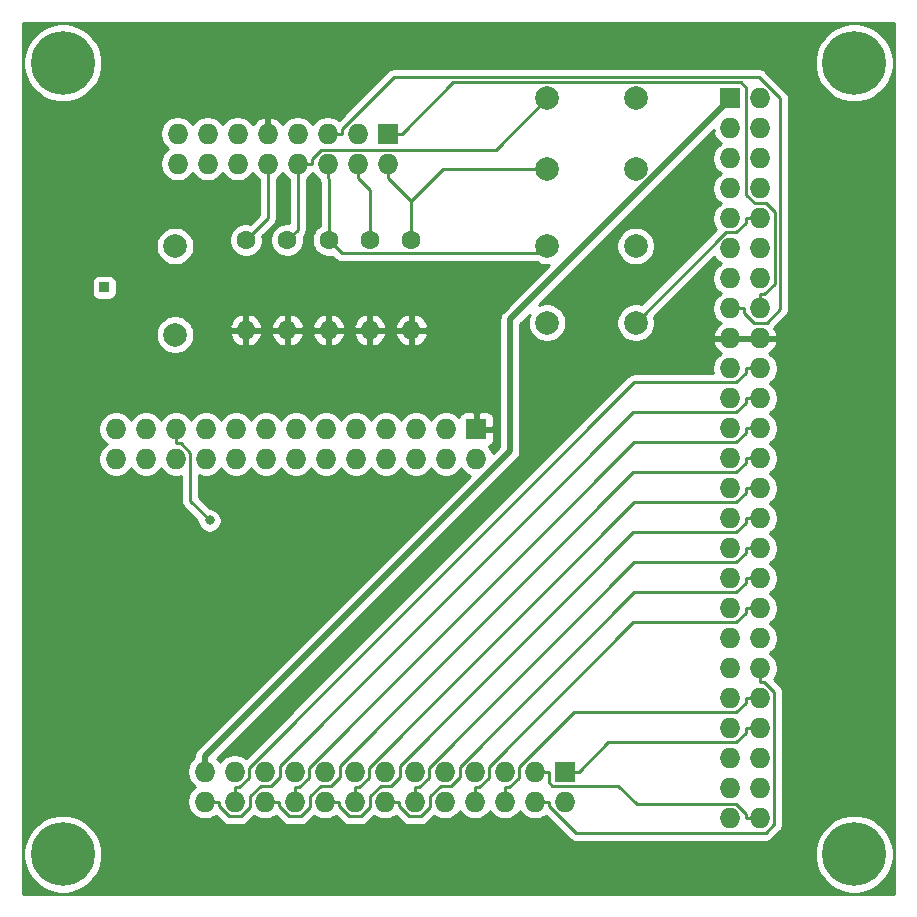
<source format=gbr>
G04 #@! TF.GenerationSoftware,KiCad,Pcbnew,(5.1.5-0-10_14)*
G04 #@! TF.CreationDate,2020-04-30T20:24:14+02:00*
G04 #@! TF.ProjectId,GORBA_LAWO_Adapter,474f5242-415f-44c4-9157-4f5f41646170,rev?*
G04 #@! TF.SameCoordinates,Original*
G04 #@! TF.FileFunction,Copper,L2,Bot*
G04 #@! TF.FilePolarity,Positive*
%FSLAX46Y46*%
G04 Gerber Fmt 4.6, Leading zero omitted, Abs format (unit mm)*
G04 Created by KiCad (PCBNEW (5.1.5-0-10_14)) date 2020-04-30 20:24:14*
%MOMM*%
%LPD*%
G04 APERTURE LIST*
%ADD10C,5.400000*%
%ADD11C,1.600000*%
%ADD12O,1.600000X1.600000*%
%ADD13R,0.850000X0.850000*%
%ADD14C,2.000000*%
%ADD15O,1.727200X1.727200*%
%ADD16R,1.727200X1.727200*%
%ADD17C,0.800000*%
%ADD18C,0.250000*%
%ADD19C,0.500000*%
%ADD20C,0.254000*%
G04 APERTURE END LIST*
D10*
X101000000Y-103000000D03*
X101000000Y-36000000D03*
X34000000Y-103000000D03*
X34000000Y-36000000D03*
D11*
X49500000Y-51000000D03*
D12*
X49500000Y-58620000D03*
D11*
X53000000Y-51000000D03*
D12*
X53000000Y-58620000D03*
D11*
X56500000Y-51000000D03*
D12*
X56500000Y-58620000D03*
D11*
X60000000Y-51000000D03*
D12*
X60000000Y-58620000D03*
D11*
X63500000Y-51000000D03*
D12*
X63500000Y-58620000D03*
D13*
X37500000Y-55000000D03*
D14*
X43500000Y-51500000D03*
X43500000Y-59000000D03*
X75000000Y-39000000D03*
X82500000Y-39000000D03*
X75000000Y-51500000D03*
X82500000Y-51500000D03*
X75000000Y-58000000D03*
X82500000Y-58000000D03*
X75000000Y-45000000D03*
X82500000Y-45000000D03*
D15*
X43720000Y-44540000D03*
X43720000Y-42000000D03*
X46260000Y-44540000D03*
X46260000Y-42000000D03*
X48800000Y-44540000D03*
X48800000Y-42000000D03*
X51340000Y-44540000D03*
X51340000Y-42000000D03*
X53880000Y-44540000D03*
X53880000Y-42000000D03*
X56420000Y-44540000D03*
X56420000Y-42000000D03*
X58960000Y-44540000D03*
X58960000Y-42000000D03*
X61500000Y-44540000D03*
D16*
X61500000Y-42000000D03*
D15*
X46020000Y-98540000D03*
X46020000Y-96000000D03*
X48560000Y-98540000D03*
X48560000Y-96000000D03*
X51100000Y-98540000D03*
X51100000Y-96000000D03*
X53640000Y-98540000D03*
X53640000Y-96000000D03*
X56180000Y-98540000D03*
X56180000Y-96000000D03*
X58720000Y-98540000D03*
X58720000Y-96000000D03*
X61260000Y-98540000D03*
X61260000Y-96000000D03*
X63800000Y-98540000D03*
X63800000Y-96000000D03*
X66340000Y-98540000D03*
X66340000Y-96000000D03*
X68880000Y-98540000D03*
X68880000Y-96000000D03*
X71420000Y-98540000D03*
X71420000Y-96000000D03*
X73960000Y-98540000D03*
X73960000Y-96000000D03*
X76500000Y-98540000D03*
D16*
X76500000Y-96000000D03*
D15*
X38520000Y-69540000D03*
X38520000Y-67000000D03*
X41060000Y-69540000D03*
X41060000Y-67000000D03*
X43600000Y-69540000D03*
X43600000Y-67000000D03*
X46140000Y-69540000D03*
X46140000Y-67000000D03*
X48680000Y-69540000D03*
X48680000Y-67000000D03*
X51220000Y-69540000D03*
X51220000Y-67000000D03*
X53760000Y-69540000D03*
X53760000Y-67000000D03*
X56300000Y-69540000D03*
X56300000Y-67000000D03*
X58840000Y-69540000D03*
X58840000Y-67000000D03*
X61380000Y-69540000D03*
X61380000Y-67000000D03*
X63920000Y-69540000D03*
X63920000Y-67000000D03*
X66460000Y-69540000D03*
X66460000Y-67000000D03*
X69000000Y-69540000D03*
D16*
X69000000Y-67000000D03*
D15*
X93040000Y-99960000D03*
X90500000Y-99960000D03*
X93040000Y-97420000D03*
X90500000Y-97420000D03*
X93040000Y-94880000D03*
X90500000Y-94880000D03*
X93040000Y-92340000D03*
X90500000Y-92340000D03*
X93040000Y-89800000D03*
X90500000Y-89800000D03*
X93040000Y-87260000D03*
X90500000Y-87260000D03*
X93040000Y-84720000D03*
X90500000Y-84720000D03*
X93040000Y-82180000D03*
X90500000Y-82180000D03*
X93040000Y-79640000D03*
X90500000Y-79640000D03*
X93040000Y-77100000D03*
X90500000Y-77100000D03*
X93040000Y-74560000D03*
X90500000Y-74560000D03*
X93040000Y-72020000D03*
X90500000Y-72020000D03*
X93040000Y-69480000D03*
X90500000Y-69480000D03*
X93040000Y-66940000D03*
X90500000Y-66940000D03*
X93040000Y-64400000D03*
X90500000Y-64400000D03*
X93040000Y-61860000D03*
X90500000Y-61860000D03*
X93040000Y-59320000D03*
X90500000Y-59320000D03*
X93040000Y-56780000D03*
X90500000Y-56780000D03*
X93040000Y-54240000D03*
X90500000Y-54240000D03*
X93040000Y-51700000D03*
X90500000Y-51700000D03*
X93040000Y-49160000D03*
X90500000Y-49160000D03*
X93040000Y-46620000D03*
X90500000Y-46620000D03*
X93040000Y-44080000D03*
X90500000Y-44080000D03*
X93040000Y-41540000D03*
X90500000Y-41540000D03*
X93040000Y-39000000D03*
D16*
X90500000Y-39000000D03*
D17*
X46431300Y-74737100D03*
D18*
X63500000Y-47728900D02*
X63500000Y-51000000D01*
X61500000Y-45728900D02*
X63500000Y-47728900D01*
X75000000Y-45000000D02*
X66228900Y-45000000D01*
X66228900Y-45000000D02*
X63500000Y-47728900D01*
X61500000Y-44540000D02*
X61500000Y-45728900D01*
X58960000Y-44540000D02*
X58960000Y-45728900D01*
X58960000Y-45728900D02*
X60000000Y-46768900D01*
X60000000Y-46768900D02*
X60000000Y-51000000D01*
X93040000Y-49160000D02*
X91851100Y-49160000D01*
X91851100Y-49160000D02*
X91851100Y-49531600D01*
X91851100Y-49531600D02*
X91033800Y-50348900D01*
X91033800Y-50348900D02*
X90151100Y-50348900D01*
X90151100Y-50348900D02*
X82500000Y-58000000D01*
X56420000Y-44540000D02*
X56420000Y-45728900D01*
X56420000Y-45728900D02*
X56500000Y-45808900D01*
X56500000Y-45808900D02*
X56500000Y-51000000D01*
X56500000Y-51000000D02*
X57639000Y-52139000D01*
X57639000Y-52139000D02*
X74361000Y-52139000D01*
X74361000Y-52139000D02*
X75000000Y-51500000D01*
X53880000Y-44540000D02*
X55068900Y-44540000D01*
X55068900Y-44540000D02*
X55068900Y-44168400D01*
X55068900Y-44168400D02*
X55886200Y-43351100D01*
X55886200Y-43351100D02*
X70648900Y-43351100D01*
X70648900Y-43351100D02*
X75000000Y-39000000D01*
X53000000Y-51000000D02*
X53880000Y-50120000D01*
X53880000Y-50120000D02*
X53880000Y-44540000D01*
X51340000Y-44540000D02*
X51340000Y-49160000D01*
X51340000Y-49160000D02*
X49500000Y-51000000D01*
X73960000Y-96000000D02*
X75148900Y-96000000D01*
X93040000Y-99960000D02*
X91851100Y-99960000D01*
X91851100Y-99960000D02*
X91851100Y-99588400D01*
X91851100Y-99588400D02*
X91033800Y-98771100D01*
X91033800Y-98771100D02*
X82606800Y-98771100D01*
X82606800Y-98771100D02*
X81024600Y-97188900D01*
X81024600Y-97188900D02*
X75446100Y-97188900D01*
X75446100Y-97188900D02*
X75148900Y-96891700D01*
X75148900Y-96891700D02*
X75148900Y-96000000D01*
X43600000Y-67000000D02*
X43600000Y-68188900D01*
X46431300Y-74737100D02*
X44788900Y-73094700D01*
X44788900Y-73094700D02*
X44788900Y-69006200D01*
X44788900Y-69006200D02*
X43971600Y-68188900D01*
X43971600Y-68188900D02*
X43600000Y-68188900D01*
X76500000Y-96000000D02*
X77688900Y-96000000D01*
X93040000Y-92340000D02*
X91851100Y-92340000D01*
X91851100Y-92340000D02*
X91851100Y-92711600D01*
X91851100Y-92711600D02*
X91033800Y-93528900D01*
X91033800Y-93528900D02*
X80160000Y-93528900D01*
X80160000Y-93528900D02*
X77688900Y-96000000D01*
X71420000Y-98540000D02*
X71420000Y-97351100D01*
X93040000Y-89800000D02*
X91851100Y-89800000D01*
X91851100Y-89800000D02*
X91851100Y-90171600D01*
X91851100Y-90171600D02*
X91033800Y-90988900D01*
X91033800Y-90988900D02*
X77258700Y-90988900D01*
X77258700Y-90988900D02*
X72608900Y-95638700D01*
X72608900Y-95638700D02*
X72608900Y-96533800D01*
X72608900Y-96533800D02*
X71791600Y-97351100D01*
X71791600Y-97351100D02*
X71420000Y-97351100D01*
X93040000Y-87260000D02*
X93040000Y-88448900D01*
X73960000Y-98540000D02*
X75148900Y-98540000D01*
X75148900Y-98540000D02*
X75148900Y-98911500D01*
X75148900Y-98911500D02*
X77430100Y-101192700D01*
X77430100Y-101192700D02*
X93507900Y-101192700D01*
X93507900Y-101192700D02*
X94228900Y-100471700D01*
X94228900Y-100471700D02*
X94228900Y-89266200D01*
X94228900Y-89266200D02*
X93411600Y-88448900D01*
X93411600Y-88448900D02*
X93040000Y-88448900D01*
X93040000Y-82180000D02*
X91851100Y-82180000D01*
X68880000Y-98540000D02*
X68880000Y-97351100D01*
X68880000Y-97351100D02*
X69251600Y-97351100D01*
X69251600Y-97351100D02*
X70068900Y-96533800D01*
X70068900Y-96533800D02*
X70068900Y-95590500D01*
X70068900Y-95590500D02*
X82290500Y-83368900D01*
X82290500Y-83368900D02*
X91033800Y-83368900D01*
X91033800Y-83368900D02*
X91851100Y-82551600D01*
X91851100Y-82551600D02*
X91851100Y-82180000D01*
X93040000Y-79640000D02*
X91851100Y-79640000D01*
X61260000Y-98540000D02*
X62448900Y-98540000D01*
X62448900Y-98540000D02*
X62448900Y-98911500D01*
X62448900Y-98911500D02*
X63316400Y-99779000D01*
X63316400Y-99779000D02*
X64322500Y-99779000D01*
X64322500Y-99779000D02*
X65102700Y-98998800D01*
X65102700Y-98998800D02*
X65102700Y-98090500D01*
X65102700Y-98090500D02*
X66004200Y-97189000D01*
X66004200Y-97189000D02*
X66854300Y-97189000D01*
X66854300Y-97189000D02*
X67610000Y-96433300D01*
X67610000Y-96433300D02*
X67610000Y-95580300D01*
X67610000Y-95580300D02*
X82361400Y-80828900D01*
X82361400Y-80828900D02*
X91033800Y-80828900D01*
X91033800Y-80828900D02*
X91851100Y-80011600D01*
X91851100Y-80011600D02*
X91851100Y-79640000D01*
X63800000Y-98540000D02*
X63800000Y-97351100D01*
X93040000Y-77100000D02*
X91851100Y-77100000D01*
X91851100Y-77100000D02*
X91851100Y-77471600D01*
X91851100Y-77471600D02*
X91033800Y-78288900D01*
X91033800Y-78288900D02*
X82368400Y-78288900D01*
X82368400Y-78288900D02*
X64988900Y-95668400D01*
X64988900Y-95668400D02*
X64988900Y-96533800D01*
X64988900Y-96533800D02*
X64171600Y-97351100D01*
X64171600Y-97351100D02*
X63800000Y-97351100D01*
X93040000Y-74560000D02*
X91851100Y-74560000D01*
X56180000Y-98540000D02*
X57368900Y-98540000D01*
X57368900Y-98540000D02*
X57368900Y-98911500D01*
X57368900Y-98911500D02*
X58236400Y-99779000D01*
X58236400Y-99779000D02*
X59242500Y-99779000D01*
X59242500Y-99779000D02*
X60022700Y-98998800D01*
X60022700Y-98998800D02*
X60022700Y-98090500D01*
X60022700Y-98090500D02*
X60924200Y-97189000D01*
X60924200Y-97189000D02*
X61774300Y-97189000D01*
X61774300Y-97189000D02*
X62530000Y-96433300D01*
X62530000Y-96433300D02*
X62530000Y-95489000D01*
X62530000Y-95489000D02*
X82270100Y-75748900D01*
X82270100Y-75748900D02*
X91033800Y-75748900D01*
X91033800Y-75748900D02*
X91851100Y-74931600D01*
X91851100Y-74931600D02*
X91851100Y-74560000D01*
X58720000Y-98540000D02*
X58720000Y-97351100D01*
X93040000Y-72020000D02*
X91851100Y-72020000D01*
X91851100Y-72020000D02*
X91851100Y-72391600D01*
X91851100Y-72391600D02*
X91033800Y-73208900D01*
X91033800Y-73208900D02*
X82368400Y-73208900D01*
X82368400Y-73208900D02*
X59908900Y-95668400D01*
X59908900Y-95668400D02*
X59908900Y-96533800D01*
X59908900Y-96533800D02*
X59091600Y-97351100D01*
X59091600Y-97351100D02*
X58720000Y-97351100D01*
X93040000Y-69480000D02*
X91851100Y-69480000D01*
X51100000Y-98540000D02*
X52288900Y-98540000D01*
X52288900Y-98540000D02*
X52288900Y-98911500D01*
X52288900Y-98911500D02*
X53156400Y-99779000D01*
X53156400Y-99779000D02*
X54162500Y-99779000D01*
X54162500Y-99779000D02*
X54942700Y-98998800D01*
X54942700Y-98998800D02*
X54942700Y-98090500D01*
X54942700Y-98090500D02*
X55844200Y-97189000D01*
X55844200Y-97189000D02*
X56694300Y-97189000D01*
X56694300Y-97189000D02*
X57450000Y-96433300D01*
X57450000Y-96433300D02*
X57450000Y-95489000D01*
X57450000Y-95489000D02*
X82270100Y-70668900D01*
X82270100Y-70668900D02*
X91033800Y-70668900D01*
X91033800Y-70668900D02*
X91851100Y-69851600D01*
X91851100Y-69851600D02*
X91851100Y-69480000D01*
X53640000Y-98540000D02*
X53640000Y-97351100D01*
X93040000Y-66940000D02*
X91851100Y-66940000D01*
X91851100Y-66940000D02*
X91851100Y-67311600D01*
X91851100Y-67311600D02*
X91033800Y-68128900D01*
X91033800Y-68128900D02*
X82368400Y-68128900D01*
X82368400Y-68128900D02*
X54828900Y-95668400D01*
X54828900Y-95668400D02*
X54828900Y-96533800D01*
X54828900Y-96533800D02*
X54011600Y-97351100D01*
X54011600Y-97351100D02*
X53640000Y-97351100D01*
X93040000Y-64400000D02*
X91851100Y-64400000D01*
X46020000Y-98540000D02*
X47208900Y-98540000D01*
X47208900Y-98540000D02*
X47208900Y-98911500D01*
X47208900Y-98911500D02*
X48076400Y-99779000D01*
X48076400Y-99779000D02*
X49082500Y-99779000D01*
X49082500Y-99779000D02*
X49862700Y-98998800D01*
X49862700Y-98998800D02*
X49862700Y-98090500D01*
X49862700Y-98090500D02*
X50764200Y-97189000D01*
X50764200Y-97189000D02*
X51614300Y-97189000D01*
X51614300Y-97189000D02*
X52370000Y-96433300D01*
X52370000Y-96433300D02*
X52370000Y-95489000D01*
X52370000Y-95489000D02*
X82270100Y-65588900D01*
X82270100Y-65588900D02*
X91033800Y-65588900D01*
X91033800Y-65588900D02*
X91851100Y-64771600D01*
X91851100Y-64771600D02*
X91851100Y-64400000D01*
X93040000Y-61860000D02*
X91851100Y-61860000D01*
X48560000Y-98540000D02*
X48560000Y-97351100D01*
X48560000Y-97351100D02*
X48931600Y-97351100D01*
X48931600Y-97351100D02*
X49748900Y-96533800D01*
X49748900Y-96533800D02*
X49748900Y-95660500D01*
X49748900Y-95660500D02*
X82360500Y-63048900D01*
X82360500Y-63048900D02*
X91033800Y-63048900D01*
X91033800Y-63048900D02*
X91851100Y-62231600D01*
X91851100Y-62231600D02*
X91851100Y-61860000D01*
X61500000Y-42000000D02*
X62688900Y-42000000D01*
X93040000Y-56780000D02*
X93040000Y-55591100D01*
X93040000Y-55591100D02*
X93411500Y-55591100D01*
X93411500Y-55591100D02*
X94264800Y-54737800D01*
X94264800Y-54737800D02*
X94264800Y-48612600D01*
X94264800Y-48612600D02*
X93542200Y-47890000D01*
X93542200Y-47890000D02*
X92590800Y-47890000D01*
X92590800Y-47890000D02*
X91848000Y-47147200D01*
X91848000Y-47147200D02*
X91848000Y-38096000D01*
X91848000Y-38096000D02*
X91393200Y-37641200D01*
X91393200Y-37641200D02*
X67047700Y-37641200D01*
X67047700Y-37641200D02*
X62688900Y-42000000D01*
X56420000Y-42000000D02*
X57608900Y-42000000D01*
X90500000Y-56780000D02*
X91688900Y-56780000D01*
X91688900Y-56780000D02*
X91688900Y-57151500D01*
X91688900Y-57151500D02*
X92527100Y-57989700D01*
X92527100Y-57989700D02*
X93584900Y-57989700D01*
X93584900Y-57989700D02*
X94715200Y-56859400D01*
X94715200Y-56859400D02*
X94715200Y-38987900D01*
X94715200Y-38987900D02*
X92918100Y-37190800D01*
X92918100Y-37190800D02*
X62046600Y-37190800D01*
X62046600Y-37190800D02*
X57608900Y-41628500D01*
X57608900Y-41628500D02*
X57608900Y-42000000D01*
D19*
X46020000Y-96000000D02*
X46020000Y-94686100D01*
X90500000Y-39000000D02*
X90500000Y-39074800D01*
X90500000Y-39074800D02*
X71847700Y-57727100D01*
X71847700Y-57727100D02*
X71847700Y-68858400D01*
X71847700Y-68858400D02*
X46020000Y-94686100D01*
D20*
G36*
X104340001Y-106340000D02*
G01*
X30660000Y-106340000D01*
X30660000Y-102671531D01*
X30665000Y-102671531D01*
X30665000Y-103328469D01*
X30793162Y-103972784D01*
X31044561Y-104579715D01*
X31409536Y-105125939D01*
X31874061Y-105590464D01*
X32420285Y-105955439D01*
X33027216Y-106206838D01*
X33671531Y-106335000D01*
X34328469Y-106335000D01*
X34972784Y-106206838D01*
X35579715Y-105955439D01*
X36125939Y-105590464D01*
X36590464Y-105125939D01*
X36955439Y-104579715D01*
X37206838Y-103972784D01*
X37335000Y-103328469D01*
X37335000Y-102671531D01*
X97665000Y-102671531D01*
X97665000Y-103328469D01*
X97793162Y-103972784D01*
X98044561Y-104579715D01*
X98409536Y-105125939D01*
X98874061Y-105590464D01*
X99420285Y-105955439D01*
X100027216Y-106206838D01*
X100671531Y-106335000D01*
X101328469Y-106335000D01*
X101972784Y-106206838D01*
X102579715Y-105955439D01*
X103125939Y-105590464D01*
X103590464Y-105125939D01*
X103955439Y-104579715D01*
X104206838Y-103972784D01*
X104335000Y-103328469D01*
X104335000Y-102671531D01*
X104206838Y-102027216D01*
X103955439Y-101420285D01*
X103590464Y-100874061D01*
X103125939Y-100409536D01*
X102579715Y-100044561D01*
X101972784Y-99793162D01*
X101328469Y-99665000D01*
X100671531Y-99665000D01*
X100027216Y-99793162D01*
X99420285Y-100044561D01*
X98874061Y-100409536D01*
X98409536Y-100874061D01*
X98044561Y-101420285D01*
X97793162Y-102027216D01*
X97665000Y-102671531D01*
X37335000Y-102671531D01*
X37206838Y-102027216D01*
X36955439Y-101420285D01*
X36590464Y-100874061D01*
X36125939Y-100409536D01*
X35579715Y-100044561D01*
X34972784Y-99793162D01*
X34328469Y-99665000D01*
X33671531Y-99665000D01*
X33027216Y-99793162D01*
X32420285Y-100044561D01*
X31874061Y-100409536D01*
X31409536Y-100874061D01*
X31044561Y-101420285D01*
X30793162Y-102027216D01*
X30665000Y-102671531D01*
X30660000Y-102671531D01*
X30660000Y-66852401D01*
X37021400Y-66852401D01*
X37021400Y-67147599D01*
X37078990Y-67437125D01*
X37191958Y-67709853D01*
X37355961Y-67955302D01*
X37564698Y-68164039D01*
X37723281Y-68270000D01*
X37564698Y-68375961D01*
X37355961Y-68584698D01*
X37191958Y-68830147D01*
X37078990Y-69102875D01*
X37021400Y-69392401D01*
X37021400Y-69687599D01*
X37078990Y-69977125D01*
X37191958Y-70249853D01*
X37355961Y-70495302D01*
X37564698Y-70704039D01*
X37810147Y-70868042D01*
X38082875Y-70981010D01*
X38372401Y-71038600D01*
X38667599Y-71038600D01*
X38957125Y-70981010D01*
X39229853Y-70868042D01*
X39475302Y-70704039D01*
X39684039Y-70495302D01*
X39790000Y-70336719D01*
X39895961Y-70495302D01*
X40104698Y-70704039D01*
X40350147Y-70868042D01*
X40622875Y-70981010D01*
X40912401Y-71038600D01*
X41207599Y-71038600D01*
X41497125Y-70981010D01*
X41769853Y-70868042D01*
X42015302Y-70704039D01*
X42224039Y-70495302D01*
X42330000Y-70336719D01*
X42435961Y-70495302D01*
X42644698Y-70704039D01*
X42890147Y-70868042D01*
X43162875Y-70981010D01*
X43452401Y-71038600D01*
X43747599Y-71038600D01*
X44028901Y-70982646D01*
X44028900Y-73057377D01*
X44025224Y-73094700D01*
X44028900Y-73132022D01*
X44028900Y-73132032D01*
X44039897Y-73243685D01*
X44071553Y-73348042D01*
X44083354Y-73386946D01*
X44153926Y-73518976D01*
X44193771Y-73567526D01*
X44248899Y-73634701D01*
X44277903Y-73658504D01*
X45396300Y-74776902D01*
X45396300Y-74839039D01*
X45436074Y-75038998D01*
X45514095Y-75227356D01*
X45627363Y-75396874D01*
X45771526Y-75541037D01*
X45941044Y-75654305D01*
X46129402Y-75732326D01*
X46329361Y-75772100D01*
X46533239Y-75772100D01*
X46733198Y-75732326D01*
X46921556Y-75654305D01*
X47091074Y-75541037D01*
X47235237Y-75396874D01*
X47348505Y-75227356D01*
X47426526Y-75038998D01*
X47466300Y-74839039D01*
X47466300Y-74635161D01*
X47426526Y-74435202D01*
X47348505Y-74246844D01*
X47235237Y-74077326D01*
X47091074Y-73933163D01*
X46921556Y-73819895D01*
X46733198Y-73741874D01*
X46533239Y-73702100D01*
X46471102Y-73702100D01*
X45548900Y-72779899D01*
X45548900Y-70917231D01*
X45702875Y-70981010D01*
X45992401Y-71038600D01*
X46287599Y-71038600D01*
X46577125Y-70981010D01*
X46849853Y-70868042D01*
X47095302Y-70704039D01*
X47304039Y-70495302D01*
X47410000Y-70336719D01*
X47515961Y-70495302D01*
X47724698Y-70704039D01*
X47970147Y-70868042D01*
X48242875Y-70981010D01*
X48532401Y-71038600D01*
X48827599Y-71038600D01*
X49117125Y-70981010D01*
X49389853Y-70868042D01*
X49635302Y-70704039D01*
X49844039Y-70495302D01*
X49950000Y-70336719D01*
X50055961Y-70495302D01*
X50264698Y-70704039D01*
X50510147Y-70868042D01*
X50782875Y-70981010D01*
X51072401Y-71038600D01*
X51367599Y-71038600D01*
X51657125Y-70981010D01*
X51929853Y-70868042D01*
X52175302Y-70704039D01*
X52384039Y-70495302D01*
X52490000Y-70336719D01*
X52595961Y-70495302D01*
X52804698Y-70704039D01*
X53050147Y-70868042D01*
X53322875Y-70981010D01*
X53612401Y-71038600D01*
X53907599Y-71038600D01*
X54197125Y-70981010D01*
X54469853Y-70868042D01*
X54715302Y-70704039D01*
X54924039Y-70495302D01*
X55030000Y-70336719D01*
X55135961Y-70495302D01*
X55344698Y-70704039D01*
X55590147Y-70868042D01*
X55862875Y-70981010D01*
X56152401Y-71038600D01*
X56447599Y-71038600D01*
X56737125Y-70981010D01*
X57009853Y-70868042D01*
X57255302Y-70704039D01*
X57464039Y-70495302D01*
X57570000Y-70336719D01*
X57675961Y-70495302D01*
X57884698Y-70704039D01*
X58130147Y-70868042D01*
X58402875Y-70981010D01*
X58692401Y-71038600D01*
X58987599Y-71038600D01*
X59277125Y-70981010D01*
X59549853Y-70868042D01*
X59795302Y-70704039D01*
X60004039Y-70495302D01*
X60110000Y-70336719D01*
X60215961Y-70495302D01*
X60424698Y-70704039D01*
X60670147Y-70868042D01*
X60942875Y-70981010D01*
X61232401Y-71038600D01*
X61527599Y-71038600D01*
X61817125Y-70981010D01*
X62089853Y-70868042D01*
X62335302Y-70704039D01*
X62544039Y-70495302D01*
X62650000Y-70336719D01*
X62755961Y-70495302D01*
X62964698Y-70704039D01*
X63210147Y-70868042D01*
X63482875Y-70981010D01*
X63772401Y-71038600D01*
X64067599Y-71038600D01*
X64357125Y-70981010D01*
X64629853Y-70868042D01*
X64875302Y-70704039D01*
X65084039Y-70495302D01*
X65190000Y-70336719D01*
X65295961Y-70495302D01*
X65504698Y-70704039D01*
X65750147Y-70868042D01*
X66022875Y-70981010D01*
X66312401Y-71038600D01*
X66607599Y-71038600D01*
X66897125Y-70981010D01*
X67169853Y-70868042D01*
X67415302Y-70704039D01*
X67624039Y-70495302D01*
X67730000Y-70336719D01*
X67835961Y-70495302D01*
X68044698Y-70704039D01*
X68290147Y-70868042D01*
X68499685Y-70954836D01*
X45424952Y-94029570D01*
X45391184Y-94057283D01*
X45363471Y-94091051D01*
X45363468Y-94091054D01*
X45280590Y-94192041D01*
X45198412Y-94345787D01*
X45147805Y-94512610D01*
X45130719Y-94686100D01*
X45135001Y-94729578D01*
X45135001Y-94788986D01*
X45064698Y-94835961D01*
X44855961Y-95044698D01*
X44691958Y-95290147D01*
X44578990Y-95562875D01*
X44521400Y-95852401D01*
X44521400Y-96147599D01*
X44578990Y-96437125D01*
X44691958Y-96709853D01*
X44855961Y-96955302D01*
X45064698Y-97164039D01*
X45223281Y-97270000D01*
X45064698Y-97375961D01*
X44855961Y-97584698D01*
X44691958Y-97830147D01*
X44578990Y-98102875D01*
X44521400Y-98392401D01*
X44521400Y-98687599D01*
X44578990Y-98977125D01*
X44691958Y-99249853D01*
X44855961Y-99495302D01*
X45064698Y-99704039D01*
X45310147Y-99868042D01*
X45582875Y-99981010D01*
X45872401Y-100038600D01*
X46167599Y-100038600D01*
X46457125Y-99981010D01*
X46729853Y-99868042D01*
X46946130Y-99723531D01*
X47512601Y-100290003D01*
X47536399Y-100319001D01*
X47652124Y-100413974D01*
X47784153Y-100484546D01*
X47927414Y-100528003D01*
X48039067Y-100539000D01*
X48039076Y-100539000D01*
X48076399Y-100542676D01*
X48113722Y-100539000D01*
X49045178Y-100539000D01*
X49082500Y-100542676D01*
X49119822Y-100539000D01*
X49119833Y-100539000D01*
X49231486Y-100528003D01*
X49374747Y-100484546D01*
X49506776Y-100413974D01*
X49622501Y-100319001D01*
X49646303Y-100289998D01*
X50197190Y-99739113D01*
X50390147Y-99868042D01*
X50662875Y-99981010D01*
X50952401Y-100038600D01*
X51247599Y-100038600D01*
X51537125Y-99981010D01*
X51809853Y-99868042D01*
X52026130Y-99723531D01*
X52592601Y-100290003D01*
X52616399Y-100319001D01*
X52732124Y-100413974D01*
X52864153Y-100484546D01*
X53007414Y-100528003D01*
X53119067Y-100539000D01*
X53119076Y-100539000D01*
X53156399Y-100542676D01*
X53193722Y-100539000D01*
X54125178Y-100539000D01*
X54162500Y-100542676D01*
X54199822Y-100539000D01*
X54199833Y-100539000D01*
X54311486Y-100528003D01*
X54454747Y-100484546D01*
X54586776Y-100413974D01*
X54702501Y-100319001D01*
X54726303Y-100289998D01*
X55277190Y-99739113D01*
X55470147Y-99868042D01*
X55742875Y-99981010D01*
X56032401Y-100038600D01*
X56327599Y-100038600D01*
X56617125Y-99981010D01*
X56889853Y-99868042D01*
X57106130Y-99723531D01*
X57672601Y-100290003D01*
X57696399Y-100319001D01*
X57812124Y-100413974D01*
X57944153Y-100484546D01*
X58087414Y-100528003D01*
X58199067Y-100539000D01*
X58199076Y-100539000D01*
X58236399Y-100542676D01*
X58273722Y-100539000D01*
X59205178Y-100539000D01*
X59242500Y-100542676D01*
X59279822Y-100539000D01*
X59279833Y-100539000D01*
X59391486Y-100528003D01*
X59534747Y-100484546D01*
X59666776Y-100413974D01*
X59782501Y-100319001D01*
X59806303Y-100289998D01*
X60357190Y-99739113D01*
X60550147Y-99868042D01*
X60822875Y-99981010D01*
X61112401Y-100038600D01*
X61407599Y-100038600D01*
X61697125Y-99981010D01*
X61969853Y-99868042D01*
X62186130Y-99723531D01*
X62752601Y-100290003D01*
X62776399Y-100319001D01*
X62892124Y-100413974D01*
X63024153Y-100484546D01*
X63167414Y-100528003D01*
X63279067Y-100539000D01*
X63279076Y-100539000D01*
X63316399Y-100542676D01*
X63353722Y-100539000D01*
X64285178Y-100539000D01*
X64322500Y-100542676D01*
X64359822Y-100539000D01*
X64359833Y-100539000D01*
X64471486Y-100528003D01*
X64614747Y-100484546D01*
X64746776Y-100413974D01*
X64862501Y-100319001D01*
X64886303Y-100289998D01*
X65437190Y-99739113D01*
X65630147Y-99868042D01*
X65902875Y-99981010D01*
X66192401Y-100038600D01*
X66487599Y-100038600D01*
X66777125Y-99981010D01*
X67049853Y-99868042D01*
X67295302Y-99704039D01*
X67504039Y-99495302D01*
X67610000Y-99336719D01*
X67715961Y-99495302D01*
X67924698Y-99704039D01*
X68170147Y-99868042D01*
X68442875Y-99981010D01*
X68732401Y-100038600D01*
X69027599Y-100038600D01*
X69317125Y-99981010D01*
X69589853Y-99868042D01*
X69835302Y-99704039D01*
X70044039Y-99495302D01*
X70150000Y-99336719D01*
X70255961Y-99495302D01*
X70464698Y-99704039D01*
X70710147Y-99868042D01*
X70982875Y-99981010D01*
X71272401Y-100038600D01*
X71567599Y-100038600D01*
X71857125Y-99981010D01*
X72129853Y-99868042D01*
X72375302Y-99704039D01*
X72584039Y-99495302D01*
X72690000Y-99336719D01*
X72795961Y-99495302D01*
X73004698Y-99704039D01*
X73250147Y-99868042D01*
X73522875Y-99981010D01*
X73812401Y-100038600D01*
X74107599Y-100038600D01*
X74397125Y-99981010D01*
X74669853Y-99868042D01*
X74886130Y-99723531D01*
X76866301Y-101703703D01*
X76890099Y-101732701D01*
X76919097Y-101756499D01*
X77005823Y-101827674D01*
X77137853Y-101898246D01*
X77281114Y-101941703D01*
X77392767Y-101952700D01*
X77392777Y-101952700D01*
X77430100Y-101956376D01*
X77467422Y-101952700D01*
X93470578Y-101952700D01*
X93507900Y-101956376D01*
X93545222Y-101952700D01*
X93545233Y-101952700D01*
X93656886Y-101941703D01*
X93800147Y-101898246D01*
X93932176Y-101827674D01*
X94047901Y-101732701D01*
X94071703Y-101703698D01*
X94739904Y-101035498D01*
X94768901Y-101011701D01*
X94848014Y-100915302D01*
X94863874Y-100895977D01*
X94934446Y-100763947D01*
X94934446Y-100763946D01*
X94977903Y-100620686D01*
X94988900Y-100509033D01*
X94988900Y-100509023D01*
X94992576Y-100471700D01*
X94988900Y-100434378D01*
X94988900Y-89303525D01*
X94992576Y-89266200D01*
X94988900Y-89228875D01*
X94988900Y-89228867D01*
X94977903Y-89117214D01*
X94934446Y-88973953D01*
X94863874Y-88841924D01*
X94768901Y-88726199D01*
X94739902Y-88702401D01*
X94223571Y-88186070D01*
X94368042Y-87969853D01*
X94481010Y-87697125D01*
X94538600Y-87407599D01*
X94538600Y-87112401D01*
X94481010Y-86822875D01*
X94368042Y-86550147D01*
X94204039Y-86304698D01*
X93995302Y-86095961D01*
X93836719Y-85990000D01*
X93995302Y-85884039D01*
X94204039Y-85675302D01*
X94368042Y-85429853D01*
X94481010Y-85157125D01*
X94538600Y-84867599D01*
X94538600Y-84572401D01*
X94481010Y-84282875D01*
X94368042Y-84010147D01*
X94204039Y-83764698D01*
X93995302Y-83555961D01*
X93836719Y-83450000D01*
X93995302Y-83344039D01*
X94204039Y-83135302D01*
X94368042Y-82889853D01*
X94481010Y-82617125D01*
X94538600Y-82327599D01*
X94538600Y-82032401D01*
X94481010Y-81742875D01*
X94368042Y-81470147D01*
X94204039Y-81224698D01*
X93995302Y-81015961D01*
X93836719Y-80910000D01*
X93995302Y-80804039D01*
X94204039Y-80595302D01*
X94368042Y-80349853D01*
X94481010Y-80077125D01*
X94538600Y-79787599D01*
X94538600Y-79492401D01*
X94481010Y-79202875D01*
X94368042Y-78930147D01*
X94204039Y-78684698D01*
X93995302Y-78475961D01*
X93836719Y-78370000D01*
X93995302Y-78264039D01*
X94204039Y-78055302D01*
X94368042Y-77809853D01*
X94481010Y-77537125D01*
X94538600Y-77247599D01*
X94538600Y-76952401D01*
X94481010Y-76662875D01*
X94368042Y-76390147D01*
X94204039Y-76144698D01*
X93995302Y-75935961D01*
X93836719Y-75830000D01*
X93995302Y-75724039D01*
X94204039Y-75515302D01*
X94368042Y-75269853D01*
X94481010Y-74997125D01*
X94538600Y-74707599D01*
X94538600Y-74412401D01*
X94481010Y-74122875D01*
X94368042Y-73850147D01*
X94204039Y-73604698D01*
X93995302Y-73395961D01*
X93836719Y-73290000D01*
X93995302Y-73184039D01*
X94204039Y-72975302D01*
X94368042Y-72729853D01*
X94481010Y-72457125D01*
X94538600Y-72167599D01*
X94538600Y-71872401D01*
X94481010Y-71582875D01*
X94368042Y-71310147D01*
X94204039Y-71064698D01*
X93995302Y-70855961D01*
X93836719Y-70750000D01*
X93995302Y-70644039D01*
X94204039Y-70435302D01*
X94368042Y-70189853D01*
X94481010Y-69917125D01*
X94538600Y-69627599D01*
X94538600Y-69332401D01*
X94481010Y-69042875D01*
X94368042Y-68770147D01*
X94204039Y-68524698D01*
X93995302Y-68315961D01*
X93836719Y-68210000D01*
X93995302Y-68104039D01*
X94204039Y-67895302D01*
X94368042Y-67649853D01*
X94481010Y-67377125D01*
X94538600Y-67087599D01*
X94538600Y-66792401D01*
X94481010Y-66502875D01*
X94368042Y-66230147D01*
X94204039Y-65984698D01*
X93995302Y-65775961D01*
X93836719Y-65670000D01*
X93995302Y-65564039D01*
X94204039Y-65355302D01*
X94368042Y-65109853D01*
X94481010Y-64837125D01*
X94538600Y-64547599D01*
X94538600Y-64252401D01*
X94481010Y-63962875D01*
X94368042Y-63690147D01*
X94204039Y-63444698D01*
X93995302Y-63235961D01*
X93836719Y-63130000D01*
X93995302Y-63024039D01*
X94204039Y-62815302D01*
X94368042Y-62569853D01*
X94481010Y-62297125D01*
X94538600Y-62007599D01*
X94538600Y-61712401D01*
X94481010Y-61422875D01*
X94368042Y-61150147D01*
X94204039Y-60904698D01*
X93995302Y-60695961D01*
X93834187Y-60588308D01*
X94050293Y-60426854D01*
X94246817Y-60208488D01*
X94396964Y-59955978D01*
X94494963Y-59679027D01*
X94374464Y-59447000D01*
X93167000Y-59447000D01*
X93167000Y-59467000D01*
X92913000Y-59467000D01*
X92913000Y-59447000D01*
X90627000Y-59447000D01*
X90627000Y-59467000D01*
X90373000Y-59467000D01*
X90373000Y-59447000D01*
X89165536Y-59447000D01*
X89045037Y-59679027D01*
X89143036Y-59955978D01*
X89293183Y-60208488D01*
X89489707Y-60426854D01*
X89705813Y-60588308D01*
X89544698Y-60695961D01*
X89335961Y-60904698D01*
X89171958Y-61150147D01*
X89058990Y-61422875D01*
X89001400Y-61712401D01*
X89001400Y-62007599D01*
X89057354Y-62288900D01*
X82397822Y-62288900D01*
X82360499Y-62285224D01*
X82323177Y-62288900D01*
X82323167Y-62288900D01*
X82211514Y-62299897D01*
X82068253Y-62343354D01*
X81936223Y-62413926D01*
X81852583Y-62482568D01*
X81820499Y-62508899D01*
X81796701Y-62537897D01*
X49505313Y-94829286D01*
X49269853Y-94671958D01*
X48997125Y-94558990D01*
X48707599Y-94501400D01*
X48412401Y-94501400D01*
X48122875Y-94558990D01*
X47850147Y-94671958D01*
X47604698Y-94835961D01*
X47395961Y-95044698D01*
X47290000Y-95203281D01*
X47184039Y-95044698D01*
X47048510Y-94909169D01*
X72442749Y-69514930D01*
X72476517Y-69487217D01*
X72525671Y-69427324D01*
X72587111Y-69352459D01*
X72669289Y-69198714D01*
X72719895Y-69031890D01*
X72726102Y-68968867D01*
X72732700Y-68901877D01*
X72732700Y-68901869D01*
X72736981Y-68858400D01*
X72732700Y-68814931D01*
X72732700Y-58093678D01*
X73515897Y-57310481D01*
X73427832Y-57523088D01*
X73365000Y-57838967D01*
X73365000Y-58161033D01*
X73427832Y-58476912D01*
X73551082Y-58774463D01*
X73730013Y-59042252D01*
X73957748Y-59269987D01*
X74225537Y-59448918D01*
X74523088Y-59572168D01*
X74838967Y-59635000D01*
X75161033Y-59635000D01*
X75476912Y-59572168D01*
X75774463Y-59448918D01*
X76042252Y-59269987D01*
X76269987Y-59042252D01*
X76448918Y-58774463D01*
X76572168Y-58476912D01*
X76635000Y-58161033D01*
X76635000Y-57838967D01*
X76572168Y-57523088D01*
X76448918Y-57225537D01*
X76269987Y-56957748D01*
X76042252Y-56730013D01*
X75774463Y-56551082D01*
X75476912Y-56427832D01*
X75161033Y-56365000D01*
X74838967Y-56365000D01*
X74523088Y-56427832D01*
X74310481Y-56515897D01*
X79487411Y-51338967D01*
X80865000Y-51338967D01*
X80865000Y-51661033D01*
X80927832Y-51976912D01*
X81051082Y-52274463D01*
X81230013Y-52542252D01*
X81457748Y-52769987D01*
X81725537Y-52948918D01*
X82023088Y-53072168D01*
X82338967Y-53135000D01*
X82661033Y-53135000D01*
X82976912Y-53072168D01*
X83274463Y-52948918D01*
X83542252Y-52769987D01*
X83769987Y-52542252D01*
X83948918Y-52274463D01*
X84072168Y-51976912D01*
X84135000Y-51661033D01*
X84135000Y-51338967D01*
X84072168Y-51023088D01*
X83948918Y-50725537D01*
X83769987Y-50457748D01*
X83542252Y-50230013D01*
X83274463Y-50051082D01*
X82976912Y-49927832D01*
X82661033Y-49865000D01*
X82338967Y-49865000D01*
X82023088Y-49927832D01*
X81725537Y-50051082D01*
X81457748Y-50230013D01*
X81230013Y-50457748D01*
X81051082Y-50725537D01*
X80927832Y-51023088D01*
X80865000Y-51338967D01*
X79487411Y-51338967D01*
X89159377Y-41667002D01*
X89165535Y-41667002D01*
X89045037Y-41899027D01*
X89143036Y-42175978D01*
X89293183Y-42428488D01*
X89489707Y-42646854D01*
X89705813Y-42808308D01*
X89544698Y-42915961D01*
X89335961Y-43124698D01*
X89171958Y-43370147D01*
X89058990Y-43642875D01*
X89001400Y-43932401D01*
X89001400Y-44227599D01*
X89058990Y-44517125D01*
X89171958Y-44789853D01*
X89335961Y-45035302D01*
X89544698Y-45244039D01*
X89703281Y-45350000D01*
X89544698Y-45455961D01*
X89335961Y-45664698D01*
X89171958Y-45910147D01*
X89058990Y-46182875D01*
X89001400Y-46472401D01*
X89001400Y-46767599D01*
X89058990Y-47057125D01*
X89171958Y-47329853D01*
X89335961Y-47575302D01*
X89544698Y-47784039D01*
X89703281Y-47890000D01*
X89544698Y-47995961D01*
X89335961Y-48204698D01*
X89171958Y-48450147D01*
X89058990Y-48722875D01*
X89001400Y-49012401D01*
X89001400Y-49307599D01*
X89058990Y-49597125D01*
X89171958Y-49869853D01*
X89325520Y-50099677D01*
X82991376Y-56433823D01*
X82976912Y-56427832D01*
X82661033Y-56365000D01*
X82338967Y-56365000D01*
X82023088Y-56427832D01*
X81725537Y-56551082D01*
X81457748Y-56730013D01*
X81230013Y-56957748D01*
X81051082Y-57225537D01*
X80927832Y-57523088D01*
X80865000Y-57838967D01*
X80865000Y-58161033D01*
X80927832Y-58476912D01*
X81051082Y-58774463D01*
X81230013Y-59042252D01*
X81457748Y-59269987D01*
X81725537Y-59448918D01*
X82023088Y-59572168D01*
X82338967Y-59635000D01*
X82661033Y-59635000D01*
X82976912Y-59572168D01*
X83274463Y-59448918D01*
X83542252Y-59269987D01*
X83769987Y-59042252D01*
X83948918Y-58774463D01*
X84072168Y-58476912D01*
X84135000Y-58161033D01*
X84135000Y-57838967D01*
X84072168Y-57523088D01*
X84066177Y-57508624D01*
X89169905Y-52404897D01*
X89171958Y-52409853D01*
X89335961Y-52655302D01*
X89544698Y-52864039D01*
X89703281Y-52970000D01*
X89544698Y-53075961D01*
X89335961Y-53284698D01*
X89171958Y-53530147D01*
X89058990Y-53802875D01*
X89001400Y-54092401D01*
X89001400Y-54387599D01*
X89058990Y-54677125D01*
X89171958Y-54949853D01*
X89335961Y-55195302D01*
X89544698Y-55404039D01*
X89703281Y-55510000D01*
X89544698Y-55615961D01*
X89335961Y-55824698D01*
X89171958Y-56070147D01*
X89058990Y-56342875D01*
X89001400Y-56632401D01*
X89001400Y-56927599D01*
X89058990Y-57217125D01*
X89171958Y-57489853D01*
X89335961Y-57735302D01*
X89544698Y-57944039D01*
X89705813Y-58051692D01*
X89489707Y-58213146D01*
X89293183Y-58431512D01*
X89143036Y-58684022D01*
X89045037Y-58960973D01*
X89165536Y-59193000D01*
X90373000Y-59193000D01*
X90373000Y-59173000D01*
X90627000Y-59173000D01*
X90627000Y-59193000D01*
X92913000Y-59193000D01*
X92913000Y-59173000D01*
X93167000Y-59173000D01*
X93167000Y-59193000D01*
X94374464Y-59193000D01*
X94494963Y-58960973D01*
X94396964Y-58684022D01*
X94246817Y-58431512D01*
X94233115Y-58416287D01*
X95226204Y-57423198D01*
X95255201Y-57399401D01*
X95350174Y-57283676D01*
X95420746Y-57151647D01*
X95464203Y-57008386D01*
X95475200Y-56896733D01*
X95475200Y-56896732D01*
X95478877Y-56859400D01*
X95475200Y-56822067D01*
X95475200Y-39025222D01*
X95478876Y-38987899D01*
X95475200Y-38950576D01*
X95475200Y-38950567D01*
X95464203Y-38838914D01*
X95420746Y-38695653D01*
X95350174Y-38563624D01*
X95255201Y-38447899D01*
X95226203Y-38424101D01*
X93481904Y-36679803D01*
X93458101Y-36650799D01*
X93342376Y-36555826D01*
X93210347Y-36485254D01*
X93067086Y-36441797D01*
X92955433Y-36430800D01*
X92955422Y-36430800D01*
X92918100Y-36427124D01*
X92880778Y-36430800D01*
X62083933Y-36430800D01*
X62046600Y-36427123D01*
X62009267Y-36430800D01*
X61897614Y-36441797D01*
X61754353Y-36485254D01*
X61622324Y-36555826D01*
X61506599Y-36650799D01*
X61482801Y-36679797D01*
X57346130Y-40816469D01*
X57129853Y-40671958D01*
X56857125Y-40558990D01*
X56567599Y-40501400D01*
X56272401Y-40501400D01*
X55982875Y-40558990D01*
X55710147Y-40671958D01*
X55464698Y-40835961D01*
X55255961Y-41044698D01*
X55150000Y-41203281D01*
X55044039Y-41044698D01*
X54835302Y-40835961D01*
X54589853Y-40671958D01*
X54317125Y-40558990D01*
X54027599Y-40501400D01*
X53732401Y-40501400D01*
X53442875Y-40558990D01*
X53170147Y-40671958D01*
X52924698Y-40835961D01*
X52715961Y-41044698D01*
X52608308Y-41205813D01*
X52446854Y-40989707D01*
X52228488Y-40793183D01*
X51975978Y-40643036D01*
X51699027Y-40545037D01*
X51467000Y-40665536D01*
X51467000Y-41873000D01*
X51487000Y-41873000D01*
X51487000Y-42127000D01*
X51467000Y-42127000D01*
X51467000Y-42147000D01*
X51213000Y-42147000D01*
X51213000Y-42127000D01*
X51193000Y-42127000D01*
X51193000Y-41873000D01*
X51213000Y-41873000D01*
X51213000Y-40665536D01*
X50980973Y-40545037D01*
X50704022Y-40643036D01*
X50451512Y-40793183D01*
X50233146Y-40989707D01*
X50071692Y-41205813D01*
X49964039Y-41044698D01*
X49755302Y-40835961D01*
X49509853Y-40671958D01*
X49237125Y-40558990D01*
X48947599Y-40501400D01*
X48652401Y-40501400D01*
X48362875Y-40558990D01*
X48090147Y-40671958D01*
X47844698Y-40835961D01*
X47635961Y-41044698D01*
X47530000Y-41203281D01*
X47424039Y-41044698D01*
X47215302Y-40835961D01*
X46969853Y-40671958D01*
X46697125Y-40558990D01*
X46407599Y-40501400D01*
X46112401Y-40501400D01*
X45822875Y-40558990D01*
X45550147Y-40671958D01*
X45304698Y-40835961D01*
X45095961Y-41044698D01*
X44990000Y-41203281D01*
X44884039Y-41044698D01*
X44675302Y-40835961D01*
X44429853Y-40671958D01*
X44157125Y-40558990D01*
X43867599Y-40501400D01*
X43572401Y-40501400D01*
X43282875Y-40558990D01*
X43010147Y-40671958D01*
X42764698Y-40835961D01*
X42555961Y-41044698D01*
X42391958Y-41290147D01*
X42278990Y-41562875D01*
X42221400Y-41852401D01*
X42221400Y-42147599D01*
X42278990Y-42437125D01*
X42391958Y-42709853D01*
X42555961Y-42955302D01*
X42764698Y-43164039D01*
X42923281Y-43270000D01*
X42764698Y-43375961D01*
X42555961Y-43584698D01*
X42391958Y-43830147D01*
X42278990Y-44102875D01*
X42221400Y-44392401D01*
X42221400Y-44687599D01*
X42278990Y-44977125D01*
X42391958Y-45249853D01*
X42555961Y-45495302D01*
X42764698Y-45704039D01*
X43010147Y-45868042D01*
X43282875Y-45981010D01*
X43572401Y-46038600D01*
X43867599Y-46038600D01*
X44157125Y-45981010D01*
X44429853Y-45868042D01*
X44675302Y-45704039D01*
X44884039Y-45495302D01*
X44990000Y-45336719D01*
X45095961Y-45495302D01*
X45304698Y-45704039D01*
X45550147Y-45868042D01*
X45822875Y-45981010D01*
X46112401Y-46038600D01*
X46407599Y-46038600D01*
X46697125Y-45981010D01*
X46969853Y-45868042D01*
X47215302Y-45704039D01*
X47424039Y-45495302D01*
X47530000Y-45336719D01*
X47635961Y-45495302D01*
X47844698Y-45704039D01*
X48090147Y-45868042D01*
X48362875Y-45981010D01*
X48652401Y-46038600D01*
X48947599Y-46038600D01*
X49237125Y-45981010D01*
X49509853Y-45868042D01*
X49755302Y-45704039D01*
X49964039Y-45495302D01*
X50070000Y-45336719D01*
X50175961Y-45495302D01*
X50384698Y-45704039D01*
X50580000Y-45834535D01*
X50580001Y-48845197D01*
X49823886Y-49601312D01*
X49641335Y-49565000D01*
X49358665Y-49565000D01*
X49081426Y-49620147D01*
X48820273Y-49728320D01*
X48585241Y-49885363D01*
X48385363Y-50085241D01*
X48228320Y-50320273D01*
X48120147Y-50581426D01*
X48065000Y-50858665D01*
X48065000Y-51141335D01*
X48120147Y-51418574D01*
X48228320Y-51679727D01*
X48385363Y-51914759D01*
X48585241Y-52114637D01*
X48820273Y-52271680D01*
X49081426Y-52379853D01*
X49358665Y-52435000D01*
X49641335Y-52435000D01*
X49918574Y-52379853D01*
X50179727Y-52271680D01*
X50414759Y-52114637D01*
X50614637Y-51914759D01*
X50771680Y-51679727D01*
X50879853Y-51418574D01*
X50935000Y-51141335D01*
X50935000Y-50858665D01*
X50898688Y-50676114D01*
X51851003Y-49723799D01*
X51880001Y-49700001D01*
X51926490Y-49643354D01*
X51974974Y-49584277D01*
X52045546Y-49452247D01*
X52057010Y-49414454D01*
X52089003Y-49308986D01*
X52100000Y-49197333D01*
X52100000Y-49197323D01*
X52103676Y-49160000D01*
X52100000Y-49122677D01*
X52100000Y-45834535D01*
X52295302Y-45704039D01*
X52504039Y-45495302D01*
X52610000Y-45336719D01*
X52715961Y-45495302D01*
X52924698Y-45704039D01*
X53120001Y-45834536D01*
X53120000Y-49565000D01*
X52858665Y-49565000D01*
X52581426Y-49620147D01*
X52320273Y-49728320D01*
X52085241Y-49885363D01*
X51885363Y-50085241D01*
X51728320Y-50320273D01*
X51620147Y-50581426D01*
X51565000Y-50858665D01*
X51565000Y-51141335D01*
X51620147Y-51418574D01*
X51728320Y-51679727D01*
X51885363Y-51914759D01*
X52085241Y-52114637D01*
X52320273Y-52271680D01*
X52581426Y-52379853D01*
X52858665Y-52435000D01*
X53141335Y-52435000D01*
X53418574Y-52379853D01*
X53679727Y-52271680D01*
X53914759Y-52114637D01*
X54114637Y-51914759D01*
X54271680Y-51679727D01*
X54379853Y-51418574D01*
X54435000Y-51141335D01*
X54435000Y-50858665D01*
X54398924Y-50677299D01*
X54420001Y-50660001D01*
X54484486Y-50581426D01*
X54514974Y-50544277D01*
X54585546Y-50412247D01*
X54604761Y-50348901D01*
X54629003Y-50268986D01*
X54640000Y-50157333D01*
X54640000Y-50157323D01*
X54643676Y-50120000D01*
X54640000Y-50082677D01*
X54640000Y-45834535D01*
X54835302Y-45704039D01*
X55044039Y-45495302D01*
X55150000Y-45336719D01*
X55255961Y-45495302D01*
X55464698Y-45704039D01*
X55667202Y-45839347D01*
X55670029Y-45868042D01*
X55670998Y-45877885D01*
X55714454Y-46021146D01*
X55740000Y-46068939D01*
X55740001Y-49781956D01*
X55585241Y-49885363D01*
X55385363Y-50085241D01*
X55228320Y-50320273D01*
X55120147Y-50581426D01*
X55065000Y-50858665D01*
X55065000Y-51141335D01*
X55120147Y-51418574D01*
X55228320Y-51679727D01*
X55385363Y-51914759D01*
X55585241Y-52114637D01*
X55820273Y-52271680D01*
X56081426Y-52379853D01*
X56358665Y-52435000D01*
X56641335Y-52435000D01*
X56823886Y-52398688D01*
X57075201Y-52650003D01*
X57098999Y-52679001D01*
X57214724Y-52773974D01*
X57346753Y-52844546D01*
X57490014Y-52888003D01*
X57601667Y-52899000D01*
X57601676Y-52899000D01*
X57638999Y-52902676D01*
X57676322Y-52899000D01*
X74150829Y-52899000D01*
X74225537Y-52948918D01*
X74523088Y-53072168D01*
X74838967Y-53135000D01*
X75161033Y-53135000D01*
X75194973Y-53128249D01*
X71252656Y-57070566D01*
X71218883Y-57098283D01*
X71108289Y-57233042D01*
X71026111Y-57386788D01*
X70975505Y-57553611D01*
X70962700Y-57683624D01*
X70962700Y-57683631D01*
X70958419Y-57727100D01*
X70962700Y-57770569D01*
X70962701Y-68491820D01*
X70414836Y-69039685D01*
X70328042Y-68830147D01*
X70164039Y-68584698D01*
X70049977Y-68470636D01*
X70107780Y-68453102D01*
X70218094Y-68394137D01*
X70314785Y-68314785D01*
X70394137Y-68218094D01*
X70453102Y-68107780D01*
X70489412Y-67988082D01*
X70501672Y-67863600D01*
X70498600Y-67285750D01*
X70339850Y-67127000D01*
X69127000Y-67127000D01*
X69127000Y-67147000D01*
X68873000Y-67147000D01*
X68873000Y-67127000D01*
X68853000Y-67127000D01*
X68853000Y-66873000D01*
X68873000Y-66873000D01*
X68873000Y-65660150D01*
X69127000Y-65660150D01*
X69127000Y-66873000D01*
X70339850Y-66873000D01*
X70498600Y-66714250D01*
X70501672Y-66136400D01*
X70489412Y-66011918D01*
X70453102Y-65892220D01*
X70394137Y-65781906D01*
X70314785Y-65685215D01*
X70218094Y-65605863D01*
X70107780Y-65546898D01*
X69988082Y-65510588D01*
X69863600Y-65498328D01*
X69285750Y-65501400D01*
X69127000Y-65660150D01*
X68873000Y-65660150D01*
X68714250Y-65501400D01*
X68136400Y-65498328D01*
X68011918Y-65510588D01*
X67892220Y-65546898D01*
X67781906Y-65605863D01*
X67685215Y-65685215D01*
X67605863Y-65781906D01*
X67546898Y-65892220D01*
X67529364Y-65950023D01*
X67415302Y-65835961D01*
X67169853Y-65671958D01*
X66897125Y-65558990D01*
X66607599Y-65501400D01*
X66312401Y-65501400D01*
X66022875Y-65558990D01*
X65750147Y-65671958D01*
X65504698Y-65835961D01*
X65295961Y-66044698D01*
X65190000Y-66203281D01*
X65084039Y-66044698D01*
X64875302Y-65835961D01*
X64629853Y-65671958D01*
X64357125Y-65558990D01*
X64067599Y-65501400D01*
X63772401Y-65501400D01*
X63482875Y-65558990D01*
X63210147Y-65671958D01*
X62964698Y-65835961D01*
X62755961Y-66044698D01*
X62650000Y-66203281D01*
X62544039Y-66044698D01*
X62335302Y-65835961D01*
X62089853Y-65671958D01*
X61817125Y-65558990D01*
X61527599Y-65501400D01*
X61232401Y-65501400D01*
X60942875Y-65558990D01*
X60670147Y-65671958D01*
X60424698Y-65835961D01*
X60215961Y-66044698D01*
X60110000Y-66203281D01*
X60004039Y-66044698D01*
X59795302Y-65835961D01*
X59549853Y-65671958D01*
X59277125Y-65558990D01*
X58987599Y-65501400D01*
X58692401Y-65501400D01*
X58402875Y-65558990D01*
X58130147Y-65671958D01*
X57884698Y-65835961D01*
X57675961Y-66044698D01*
X57570000Y-66203281D01*
X57464039Y-66044698D01*
X57255302Y-65835961D01*
X57009853Y-65671958D01*
X56737125Y-65558990D01*
X56447599Y-65501400D01*
X56152401Y-65501400D01*
X55862875Y-65558990D01*
X55590147Y-65671958D01*
X55344698Y-65835961D01*
X55135961Y-66044698D01*
X55030000Y-66203281D01*
X54924039Y-66044698D01*
X54715302Y-65835961D01*
X54469853Y-65671958D01*
X54197125Y-65558990D01*
X53907599Y-65501400D01*
X53612401Y-65501400D01*
X53322875Y-65558990D01*
X53050147Y-65671958D01*
X52804698Y-65835961D01*
X52595961Y-66044698D01*
X52490000Y-66203281D01*
X52384039Y-66044698D01*
X52175302Y-65835961D01*
X51929853Y-65671958D01*
X51657125Y-65558990D01*
X51367599Y-65501400D01*
X51072401Y-65501400D01*
X50782875Y-65558990D01*
X50510147Y-65671958D01*
X50264698Y-65835961D01*
X50055961Y-66044698D01*
X49950000Y-66203281D01*
X49844039Y-66044698D01*
X49635302Y-65835961D01*
X49389853Y-65671958D01*
X49117125Y-65558990D01*
X48827599Y-65501400D01*
X48532401Y-65501400D01*
X48242875Y-65558990D01*
X47970147Y-65671958D01*
X47724698Y-65835961D01*
X47515961Y-66044698D01*
X47410000Y-66203281D01*
X47304039Y-66044698D01*
X47095302Y-65835961D01*
X46849853Y-65671958D01*
X46577125Y-65558990D01*
X46287599Y-65501400D01*
X45992401Y-65501400D01*
X45702875Y-65558990D01*
X45430147Y-65671958D01*
X45184698Y-65835961D01*
X44975961Y-66044698D01*
X44870000Y-66203281D01*
X44764039Y-66044698D01*
X44555302Y-65835961D01*
X44309853Y-65671958D01*
X44037125Y-65558990D01*
X43747599Y-65501400D01*
X43452401Y-65501400D01*
X43162875Y-65558990D01*
X42890147Y-65671958D01*
X42644698Y-65835961D01*
X42435961Y-66044698D01*
X42330000Y-66203281D01*
X42224039Y-66044698D01*
X42015302Y-65835961D01*
X41769853Y-65671958D01*
X41497125Y-65558990D01*
X41207599Y-65501400D01*
X40912401Y-65501400D01*
X40622875Y-65558990D01*
X40350147Y-65671958D01*
X40104698Y-65835961D01*
X39895961Y-66044698D01*
X39790000Y-66203281D01*
X39684039Y-66044698D01*
X39475302Y-65835961D01*
X39229853Y-65671958D01*
X38957125Y-65558990D01*
X38667599Y-65501400D01*
X38372401Y-65501400D01*
X38082875Y-65558990D01*
X37810147Y-65671958D01*
X37564698Y-65835961D01*
X37355961Y-66044698D01*
X37191958Y-66290147D01*
X37078990Y-66562875D01*
X37021400Y-66852401D01*
X30660000Y-66852401D01*
X30660000Y-58838967D01*
X41865000Y-58838967D01*
X41865000Y-59161033D01*
X41927832Y-59476912D01*
X42051082Y-59774463D01*
X42230013Y-60042252D01*
X42457748Y-60269987D01*
X42725537Y-60448918D01*
X43023088Y-60572168D01*
X43338967Y-60635000D01*
X43661033Y-60635000D01*
X43976912Y-60572168D01*
X44274463Y-60448918D01*
X44542252Y-60269987D01*
X44769987Y-60042252D01*
X44948918Y-59774463D01*
X45072168Y-59476912D01*
X45135000Y-59161033D01*
X45135000Y-58969040D01*
X48108091Y-58969040D01*
X48202930Y-59233881D01*
X48347615Y-59475131D01*
X48536586Y-59683519D01*
X48762580Y-59851037D01*
X49016913Y-59971246D01*
X49150961Y-60011904D01*
X49373000Y-59889915D01*
X49373000Y-58747000D01*
X49627000Y-58747000D01*
X49627000Y-59889915D01*
X49849039Y-60011904D01*
X49983087Y-59971246D01*
X50237420Y-59851037D01*
X50463414Y-59683519D01*
X50652385Y-59475131D01*
X50797070Y-59233881D01*
X50891909Y-58969040D01*
X51608091Y-58969040D01*
X51702930Y-59233881D01*
X51847615Y-59475131D01*
X52036586Y-59683519D01*
X52262580Y-59851037D01*
X52516913Y-59971246D01*
X52650961Y-60011904D01*
X52873000Y-59889915D01*
X52873000Y-58747000D01*
X53127000Y-58747000D01*
X53127000Y-59889915D01*
X53349039Y-60011904D01*
X53483087Y-59971246D01*
X53737420Y-59851037D01*
X53963414Y-59683519D01*
X54152385Y-59475131D01*
X54297070Y-59233881D01*
X54391909Y-58969040D01*
X55108091Y-58969040D01*
X55202930Y-59233881D01*
X55347615Y-59475131D01*
X55536586Y-59683519D01*
X55762580Y-59851037D01*
X56016913Y-59971246D01*
X56150961Y-60011904D01*
X56373000Y-59889915D01*
X56373000Y-58747000D01*
X56627000Y-58747000D01*
X56627000Y-59889915D01*
X56849039Y-60011904D01*
X56983087Y-59971246D01*
X57237420Y-59851037D01*
X57463414Y-59683519D01*
X57652385Y-59475131D01*
X57797070Y-59233881D01*
X57891909Y-58969040D01*
X58608091Y-58969040D01*
X58702930Y-59233881D01*
X58847615Y-59475131D01*
X59036586Y-59683519D01*
X59262580Y-59851037D01*
X59516913Y-59971246D01*
X59650961Y-60011904D01*
X59873000Y-59889915D01*
X59873000Y-58747000D01*
X60127000Y-58747000D01*
X60127000Y-59889915D01*
X60349039Y-60011904D01*
X60483087Y-59971246D01*
X60737420Y-59851037D01*
X60963414Y-59683519D01*
X61152385Y-59475131D01*
X61297070Y-59233881D01*
X61391909Y-58969040D01*
X62108091Y-58969040D01*
X62202930Y-59233881D01*
X62347615Y-59475131D01*
X62536586Y-59683519D01*
X62762580Y-59851037D01*
X63016913Y-59971246D01*
X63150961Y-60011904D01*
X63373000Y-59889915D01*
X63373000Y-58747000D01*
X63627000Y-58747000D01*
X63627000Y-59889915D01*
X63849039Y-60011904D01*
X63983087Y-59971246D01*
X64237420Y-59851037D01*
X64463414Y-59683519D01*
X64652385Y-59475131D01*
X64797070Y-59233881D01*
X64891909Y-58969040D01*
X64770624Y-58747000D01*
X63627000Y-58747000D01*
X63373000Y-58747000D01*
X62229376Y-58747000D01*
X62108091Y-58969040D01*
X61391909Y-58969040D01*
X61270624Y-58747000D01*
X60127000Y-58747000D01*
X59873000Y-58747000D01*
X58729376Y-58747000D01*
X58608091Y-58969040D01*
X57891909Y-58969040D01*
X57770624Y-58747000D01*
X56627000Y-58747000D01*
X56373000Y-58747000D01*
X55229376Y-58747000D01*
X55108091Y-58969040D01*
X54391909Y-58969040D01*
X54270624Y-58747000D01*
X53127000Y-58747000D01*
X52873000Y-58747000D01*
X51729376Y-58747000D01*
X51608091Y-58969040D01*
X50891909Y-58969040D01*
X50770624Y-58747000D01*
X49627000Y-58747000D01*
X49373000Y-58747000D01*
X48229376Y-58747000D01*
X48108091Y-58969040D01*
X45135000Y-58969040D01*
X45135000Y-58838967D01*
X45072168Y-58523088D01*
X44967733Y-58270960D01*
X48108091Y-58270960D01*
X48229376Y-58493000D01*
X49373000Y-58493000D01*
X49373000Y-57350085D01*
X49627000Y-57350085D01*
X49627000Y-58493000D01*
X50770624Y-58493000D01*
X50891909Y-58270960D01*
X51608091Y-58270960D01*
X51729376Y-58493000D01*
X52873000Y-58493000D01*
X52873000Y-57350085D01*
X53127000Y-57350085D01*
X53127000Y-58493000D01*
X54270624Y-58493000D01*
X54391909Y-58270960D01*
X55108091Y-58270960D01*
X55229376Y-58493000D01*
X56373000Y-58493000D01*
X56373000Y-57350085D01*
X56627000Y-57350085D01*
X56627000Y-58493000D01*
X57770624Y-58493000D01*
X57891909Y-58270960D01*
X58608091Y-58270960D01*
X58729376Y-58493000D01*
X59873000Y-58493000D01*
X59873000Y-57350085D01*
X60127000Y-57350085D01*
X60127000Y-58493000D01*
X61270624Y-58493000D01*
X61391909Y-58270960D01*
X62108091Y-58270960D01*
X62229376Y-58493000D01*
X63373000Y-58493000D01*
X63373000Y-57350085D01*
X63627000Y-57350085D01*
X63627000Y-58493000D01*
X64770624Y-58493000D01*
X64891909Y-58270960D01*
X64797070Y-58006119D01*
X64652385Y-57764869D01*
X64463414Y-57556481D01*
X64237420Y-57388963D01*
X63983087Y-57268754D01*
X63849039Y-57228096D01*
X63627000Y-57350085D01*
X63373000Y-57350085D01*
X63150961Y-57228096D01*
X63016913Y-57268754D01*
X62762580Y-57388963D01*
X62536586Y-57556481D01*
X62347615Y-57764869D01*
X62202930Y-58006119D01*
X62108091Y-58270960D01*
X61391909Y-58270960D01*
X61297070Y-58006119D01*
X61152385Y-57764869D01*
X60963414Y-57556481D01*
X60737420Y-57388963D01*
X60483087Y-57268754D01*
X60349039Y-57228096D01*
X60127000Y-57350085D01*
X59873000Y-57350085D01*
X59650961Y-57228096D01*
X59516913Y-57268754D01*
X59262580Y-57388963D01*
X59036586Y-57556481D01*
X58847615Y-57764869D01*
X58702930Y-58006119D01*
X58608091Y-58270960D01*
X57891909Y-58270960D01*
X57797070Y-58006119D01*
X57652385Y-57764869D01*
X57463414Y-57556481D01*
X57237420Y-57388963D01*
X56983087Y-57268754D01*
X56849039Y-57228096D01*
X56627000Y-57350085D01*
X56373000Y-57350085D01*
X56150961Y-57228096D01*
X56016913Y-57268754D01*
X55762580Y-57388963D01*
X55536586Y-57556481D01*
X55347615Y-57764869D01*
X55202930Y-58006119D01*
X55108091Y-58270960D01*
X54391909Y-58270960D01*
X54297070Y-58006119D01*
X54152385Y-57764869D01*
X53963414Y-57556481D01*
X53737420Y-57388963D01*
X53483087Y-57268754D01*
X53349039Y-57228096D01*
X53127000Y-57350085D01*
X52873000Y-57350085D01*
X52650961Y-57228096D01*
X52516913Y-57268754D01*
X52262580Y-57388963D01*
X52036586Y-57556481D01*
X51847615Y-57764869D01*
X51702930Y-58006119D01*
X51608091Y-58270960D01*
X50891909Y-58270960D01*
X50797070Y-58006119D01*
X50652385Y-57764869D01*
X50463414Y-57556481D01*
X50237420Y-57388963D01*
X49983087Y-57268754D01*
X49849039Y-57228096D01*
X49627000Y-57350085D01*
X49373000Y-57350085D01*
X49150961Y-57228096D01*
X49016913Y-57268754D01*
X48762580Y-57388963D01*
X48536586Y-57556481D01*
X48347615Y-57764869D01*
X48202930Y-58006119D01*
X48108091Y-58270960D01*
X44967733Y-58270960D01*
X44948918Y-58225537D01*
X44769987Y-57957748D01*
X44542252Y-57730013D01*
X44274463Y-57551082D01*
X43976912Y-57427832D01*
X43661033Y-57365000D01*
X43338967Y-57365000D01*
X43023088Y-57427832D01*
X42725537Y-57551082D01*
X42457748Y-57730013D01*
X42230013Y-57957748D01*
X42051082Y-58225537D01*
X41927832Y-58523088D01*
X41865000Y-58838967D01*
X30660000Y-58838967D01*
X30660000Y-54575000D01*
X36436928Y-54575000D01*
X36436928Y-55425000D01*
X36449188Y-55549482D01*
X36485498Y-55669180D01*
X36544463Y-55779494D01*
X36623815Y-55876185D01*
X36720506Y-55955537D01*
X36830820Y-56014502D01*
X36950518Y-56050812D01*
X37075000Y-56063072D01*
X37925000Y-56063072D01*
X38049482Y-56050812D01*
X38169180Y-56014502D01*
X38279494Y-55955537D01*
X38376185Y-55876185D01*
X38455537Y-55779494D01*
X38514502Y-55669180D01*
X38550812Y-55549482D01*
X38563072Y-55425000D01*
X38563072Y-54575000D01*
X38550812Y-54450518D01*
X38514502Y-54330820D01*
X38455537Y-54220506D01*
X38376185Y-54123815D01*
X38279494Y-54044463D01*
X38169180Y-53985498D01*
X38049482Y-53949188D01*
X37925000Y-53936928D01*
X37075000Y-53936928D01*
X36950518Y-53949188D01*
X36830820Y-53985498D01*
X36720506Y-54044463D01*
X36623815Y-54123815D01*
X36544463Y-54220506D01*
X36485498Y-54330820D01*
X36449188Y-54450518D01*
X36436928Y-54575000D01*
X30660000Y-54575000D01*
X30660000Y-51338967D01*
X41865000Y-51338967D01*
X41865000Y-51661033D01*
X41927832Y-51976912D01*
X42051082Y-52274463D01*
X42230013Y-52542252D01*
X42457748Y-52769987D01*
X42725537Y-52948918D01*
X43023088Y-53072168D01*
X43338967Y-53135000D01*
X43661033Y-53135000D01*
X43976912Y-53072168D01*
X44274463Y-52948918D01*
X44542252Y-52769987D01*
X44769987Y-52542252D01*
X44948918Y-52274463D01*
X45072168Y-51976912D01*
X45135000Y-51661033D01*
X45135000Y-51338967D01*
X45072168Y-51023088D01*
X44948918Y-50725537D01*
X44769987Y-50457748D01*
X44542252Y-50230013D01*
X44274463Y-50051082D01*
X43976912Y-49927832D01*
X43661033Y-49865000D01*
X43338967Y-49865000D01*
X43023088Y-49927832D01*
X42725537Y-50051082D01*
X42457748Y-50230013D01*
X42230013Y-50457748D01*
X42051082Y-50725537D01*
X41927832Y-51023088D01*
X41865000Y-51338967D01*
X30660000Y-51338967D01*
X30660000Y-35671531D01*
X30665000Y-35671531D01*
X30665000Y-36328469D01*
X30793162Y-36972784D01*
X31044561Y-37579715D01*
X31409536Y-38125939D01*
X31874061Y-38590464D01*
X32420285Y-38955439D01*
X33027216Y-39206838D01*
X33671531Y-39335000D01*
X34328469Y-39335000D01*
X34972784Y-39206838D01*
X35579715Y-38955439D01*
X36125939Y-38590464D01*
X36590464Y-38125939D01*
X36955439Y-37579715D01*
X37206838Y-36972784D01*
X37335000Y-36328469D01*
X37335000Y-35671531D01*
X97665000Y-35671531D01*
X97665000Y-36328469D01*
X97793162Y-36972784D01*
X98044561Y-37579715D01*
X98409536Y-38125939D01*
X98874061Y-38590464D01*
X99420285Y-38955439D01*
X100027216Y-39206838D01*
X100671531Y-39335000D01*
X101328469Y-39335000D01*
X101972784Y-39206838D01*
X102579715Y-38955439D01*
X103125939Y-38590464D01*
X103590464Y-38125939D01*
X103955439Y-37579715D01*
X104206838Y-36972784D01*
X104335000Y-36328469D01*
X104335000Y-35671531D01*
X104206838Y-35027216D01*
X103955439Y-34420285D01*
X103590464Y-33874061D01*
X103125939Y-33409536D01*
X102579715Y-33044561D01*
X101972784Y-32793162D01*
X101328469Y-32665000D01*
X100671531Y-32665000D01*
X100027216Y-32793162D01*
X99420285Y-33044561D01*
X98874061Y-33409536D01*
X98409536Y-33874061D01*
X98044561Y-34420285D01*
X97793162Y-35027216D01*
X97665000Y-35671531D01*
X37335000Y-35671531D01*
X37206838Y-35027216D01*
X36955439Y-34420285D01*
X36590464Y-33874061D01*
X36125939Y-33409536D01*
X35579715Y-33044561D01*
X34972784Y-32793162D01*
X34328469Y-32665000D01*
X33671531Y-32665000D01*
X33027216Y-32793162D01*
X32420285Y-33044561D01*
X31874061Y-33409536D01*
X31409536Y-33874061D01*
X31044561Y-34420285D01*
X30793162Y-35027216D01*
X30665000Y-35671531D01*
X30660000Y-35671531D01*
X30660000Y-32660000D01*
X104340000Y-32660000D01*
X104340001Y-106340000D01*
G37*
X104340001Y-106340000D02*
X30660000Y-106340000D01*
X30660000Y-102671531D01*
X30665000Y-102671531D01*
X30665000Y-103328469D01*
X30793162Y-103972784D01*
X31044561Y-104579715D01*
X31409536Y-105125939D01*
X31874061Y-105590464D01*
X32420285Y-105955439D01*
X33027216Y-106206838D01*
X33671531Y-106335000D01*
X34328469Y-106335000D01*
X34972784Y-106206838D01*
X35579715Y-105955439D01*
X36125939Y-105590464D01*
X36590464Y-105125939D01*
X36955439Y-104579715D01*
X37206838Y-103972784D01*
X37335000Y-103328469D01*
X37335000Y-102671531D01*
X97665000Y-102671531D01*
X97665000Y-103328469D01*
X97793162Y-103972784D01*
X98044561Y-104579715D01*
X98409536Y-105125939D01*
X98874061Y-105590464D01*
X99420285Y-105955439D01*
X100027216Y-106206838D01*
X100671531Y-106335000D01*
X101328469Y-106335000D01*
X101972784Y-106206838D01*
X102579715Y-105955439D01*
X103125939Y-105590464D01*
X103590464Y-105125939D01*
X103955439Y-104579715D01*
X104206838Y-103972784D01*
X104335000Y-103328469D01*
X104335000Y-102671531D01*
X104206838Y-102027216D01*
X103955439Y-101420285D01*
X103590464Y-100874061D01*
X103125939Y-100409536D01*
X102579715Y-100044561D01*
X101972784Y-99793162D01*
X101328469Y-99665000D01*
X100671531Y-99665000D01*
X100027216Y-99793162D01*
X99420285Y-100044561D01*
X98874061Y-100409536D01*
X98409536Y-100874061D01*
X98044561Y-101420285D01*
X97793162Y-102027216D01*
X97665000Y-102671531D01*
X37335000Y-102671531D01*
X37206838Y-102027216D01*
X36955439Y-101420285D01*
X36590464Y-100874061D01*
X36125939Y-100409536D01*
X35579715Y-100044561D01*
X34972784Y-99793162D01*
X34328469Y-99665000D01*
X33671531Y-99665000D01*
X33027216Y-99793162D01*
X32420285Y-100044561D01*
X31874061Y-100409536D01*
X31409536Y-100874061D01*
X31044561Y-101420285D01*
X30793162Y-102027216D01*
X30665000Y-102671531D01*
X30660000Y-102671531D01*
X30660000Y-66852401D01*
X37021400Y-66852401D01*
X37021400Y-67147599D01*
X37078990Y-67437125D01*
X37191958Y-67709853D01*
X37355961Y-67955302D01*
X37564698Y-68164039D01*
X37723281Y-68270000D01*
X37564698Y-68375961D01*
X37355961Y-68584698D01*
X37191958Y-68830147D01*
X37078990Y-69102875D01*
X37021400Y-69392401D01*
X37021400Y-69687599D01*
X37078990Y-69977125D01*
X37191958Y-70249853D01*
X37355961Y-70495302D01*
X37564698Y-70704039D01*
X37810147Y-70868042D01*
X38082875Y-70981010D01*
X38372401Y-71038600D01*
X38667599Y-71038600D01*
X38957125Y-70981010D01*
X39229853Y-70868042D01*
X39475302Y-70704039D01*
X39684039Y-70495302D01*
X39790000Y-70336719D01*
X39895961Y-70495302D01*
X40104698Y-70704039D01*
X40350147Y-70868042D01*
X40622875Y-70981010D01*
X40912401Y-71038600D01*
X41207599Y-71038600D01*
X41497125Y-70981010D01*
X41769853Y-70868042D01*
X42015302Y-70704039D01*
X42224039Y-70495302D01*
X42330000Y-70336719D01*
X42435961Y-70495302D01*
X42644698Y-70704039D01*
X42890147Y-70868042D01*
X43162875Y-70981010D01*
X43452401Y-71038600D01*
X43747599Y-71038600D01*
X44028901Y-70982646D01*
X44028900Y-73057377D01*
X44025224Y-73094700D01*
X44028900Y-73132022D01*
X44028900Y-73132032D01*
X44039897Y-73243685D01*
X44071553Y-73348042D01*
X44083354Y-73386946D01*
X44153926Y-73518976D01*
X44193771Y-73567526D01*
X44248899Y-73634701D01*
X44277903Y-73658504D01*
X45396300Y-74776902D01*
X45396300Y-74839039D01*
X45436074Y-75038998D01*
X45514095Y-75227356D01*
X45627363Y-75396874D01*
X45771526Y-75541037D01*
X45941044Y-75654305D01*
X46129402Y-75732326D01*
X46329361Y-75772100D01*
X46533239Y-75772100D01*
X46733198Y-75732326D01*
X46921556Y-75654305D01*
X47091074Y-75541037D01*
X47235237Y-75396874D01*
X47348505Y-75227356D01*
X47426526Y-75038998D01*
X47466300Y-74839039D01*
X47466300Y-74635161D01*
X47426526Y-74435202D01*
X47348505Y-74246844D01*
X47235237Y-74077326D01*
X47091074Y-73933163D01*
X46921556Y-73819895D01*
X46733198Y-73741874D01*
X46533239Y-73702100D01*
X46471102Y-73702100D01*
X45548900Y-72779899D01*
X45548900Y-70917231D01*
X45702875Y-70981010D01*
X45992401Y-71038600D01*
X46287599Y-71038600D01*
X46577125Y-70981010D01*
X46849853Y-70868042D01*
X47095302Y-70704039D01*
X47304039Y-70495302D01*
X47410000Y-70336719D01*
X47515961Y-70495302D01*
X47724698Y-70704039D01*
X47970147Y-70868042D01*
X48242875Y-70981010D01*
X48532401Y-71038600D01*
X48827599Y-71038600D01*
X49117125Y-70981010D01*
X49389853Y-70868042D01*
X49635302Y-70704039D01*
X49844039Y-70495302D01*
X49950000Y-70336719D01*
X50055961Y-70495302D01*
X50264698Y-70704039D01*
X50510147Y-70868042D01*
X50782875Y-70981010D01*
X51072401Y-71038600D01*
X51367599Y-71038600D01*
X51657125Y-70981010D01*
X51929853Y-70868042D01*
X52175302Y-70704039D01*
X52384039Y-70495302D01*
X52490000Y-70336719D01*
X52595961Y-70495302D01*
X52804698Y-70704039D01*
X53050147Y-70868042D01*
X53322875Y-70981010D01*
X53612401Y-71038600D01*
X53907599Y-71038600D01*
X54197125Y-70981010D01*
X54469853Y-70868042D01*
X54715302Y-70704039D01*
X54924039Y-70495302D01*
X55030000Y-70336719D01*
X55135961Y-70495302D01*
X55344698Y-70704039D01*
X55590147Y-70868042D01*
X55862875Y-70981010D01*
X56152401Y-71038600D01*
X56447599Y-71038600D01*
X56737125Y-70981010D01*
X57009853Y-70868042D01*
X57255302Y-70704039D01*
X57464039Y-70495302D01*
X57570000Y-70336719D01*
X57675961Y-70495302D01*
X57884698Y-70704039D01*
X58130147Y-70868042D01*
X58402875Y-70981010D01*
X58692401Y-71038600D01*
X58987599Y-71038600D01*
X59277125Y-70981010D01*
X59549853Y-70868042D01*
X59795302Y-70704039D01*
X60004039Y-70495302D01*
X60110000Y-70336719D01*
X60215961Y-70495302D01*
X60424698Y-70704039D01*
X60670147Y-70868042D01*
X60942875Y-70981010D01*
X61232401Y-71038600D01*
X61527599Y-71038600D01*
X61817125Y-70981010D01*
X62089853Y-70868042D01*
X62335302Y-70704039D01*
X62544039Y-70495302D01*
X62650000Y-70336719D01*
X62755961Y-70495302D01*
X62964698Y-70704039D01*
X63210147Y-70868042D01*
X63482875Y-70981010D01*
X63772401Y-71038600D01*
X64067599Y-71038600D01*
X64357125Y-70981010D01*
X64629853Y-70868042D01*
X64875302Y-70704039D01*
X65084039Y-70495302D01*
X65190000Y-70336719D01*
X65295961Y-70495302D01*
X65504698Y-70704039D01*
X65750147Y-70868042D01*
X66022875Y-70981010D01*
X66312401Y-71038600D01*
X66607599Y-71038600D01*
X66897125Y-70981010D01*
X67169853Y-70868042D01*
X67415302Y-70704039D01*
X67624039Y-70495302D01*
X67730000Y-70336719D01*
X67835961Y-70495302D01*
X68044698Y-70704039D01*
X68290147Y-70868042D01*
X68499685Y-70954836D01*
X45424952Y-94029570D01*
X45391184Y-94057283D01*
X45363471Y-94091051D01*
X45363468Y-94091054D01*
X45280590Y-94192041D01*
X45198412Y-94345787D01*
X45147805Y-94512610D01*
X45130719Y-94686100D01*
X45135001Y-94729578D01*
X45135001Y-94788986D01*
X45064698Y-94835961D01*
X44855961Y-95044698D01*
X44691958Y-95290147D01*
X44578990Y-95562875D01*
X44521400Y-95852401D01*
X44521400Y-96147599D01*
X44578990Y-96437125D01*
X44691958Y-96709853D01*
X44855961Y-96955302D01*
X45064698Y-97164039D01*
X45223281Y-97270000D01*
X45064698Y-97375961D01*
X44855961Y-97584698D01*
X44691958Y-97830147D01*
X44578990Y-98102875D01*
X44521400Y-98392401D01*
X44521400Y-98687599D01*
X44578990Y-98977125D01*
X44691958Y-99249853D01*
X44855961Y-99495302D01*
X45064698Y-99704039D01*
X45310147Y-99868042D01*
X45582875Y-99981010D01*
X45872401Y-100038600D01*
X46167599Y-100038600D01*
X46457125Y-99981010D01*
X46729853Y-99868042D01*
X46946130Y-99723531D01*
X47512601Y-100290003D01*
X47536399Y-100319001D01*
X47652124Y-100413974D01*
X47784153Y-100484546D01*
X47927414Y-100528003D01*
X48039067Y-100539000D01*
X48039076Y-100539000D01*
X48076399Y-100542676D01*
X48113722Y-100539000D01*
X49045178Y-100539000D01*
X49082500Y-100542676D01*
X49119822Y-100539000D01*
X49119833Y-100539000D01*
X49231486Y-100528003D01*
X49374747Y-100484546D01*
X49506776Y-100413974D01*
X49622501Y-100319001D01*
X49646303Y-100289998D01*
X50197190Y-99739113D01*
X50390147Y-99868042D01*
X50662875Y-99981010D01*
X50952401Y-100038600D01*
X51247599Y-100038600D01*
X51537125Y-99981010D01*
X51809853Y-99868042D01*
X52026130Y-99723531D01*
X52592601Y-100290003D01*
X52616399Y-100319001D01*
X52732124Y-100413974D01*
X52864153Y-100484546D01*
X53007414Y-100528003D01*
X53119067Y-100539000D01*
X53119076Y-100539000D01*
X53156399Y-100542676D01*
X53193722Y-100539000D01*
X54125178Y-100539000D01*
X54162500Y-100542676D01*
X54199822Y-100539000D01*
X54199833Y-100539000D01*
X54311486Y-100528003D01*
X54454747Y-100484546D01*
X54586776Y-100413974D01*
X54702501Y-100319001D01*
X54726303Y-100289998D01*
X55277190Y-99739113D01*
X55470147Y-99868042D01*
X55742875Y-99981010D01*
X56032401Y-100038600D01*
X56327599Y-100038600D01*
X56617125Y-99981010D01*
X56889853Y-99868042D01*
X57106130Y-99723531D01*
X57672601Y-100290003D01*
X57696399Y-100319001D01*
X57812124Y-100413974D01*
X57944153Y-100484546D01*
X58087414Y-100528003D01*
X58199067Y-100539000D01*
X58199076Y-100539000D01*
X58236399Y-100542676D01*
X58273722Y-100539000D01*
X59205178Y-100539000D01*
X59242500Y-100542676D01*
X59279822Y-100539000D01*
X59279833Y-100539000D01*
X59391486Y-100528003D01*
X59534747Y-100484546D01*
X59666776Y-100413974D01*
X59782501Y-100319001D01*
X59806303Y-100289998D01*
X60357190Y-99739113D01*
X60550147Y-99868042D01*
X60822875Y-99981010D01*
X61112401Y-100038600D01*
X61407599Y-100038600D01*
X61697125Y-99981010D01*
X61969853Y-99868042D01*
X62186130Y-99723531D01*
X62752601Y-100290003D01*
X62776399Y-100319001D01*
X62892124Y-100413974D01*
X63024153Y-100484546D01*
X63167414Y-100528003D01*
X63279067Y-100539000D01*
X63279076Y-100539000D01*
X63316399Y-100542676D01*
X63353722Y-100539000D01*
X64285178Y-100539000D01*
X64322500Y-100542676D01*
X64359822Y-100539000D01*
X64359833Y-100539000D01*
X64471486Y-100528003D01*
X64614747Y-100484546D01*
X64746776Y-100413974D01*
X64862501Y-100319001D01*
X64886303Y-100289998D01*
X65437190Y-99739113D01*
X65630147Y-99868042D01*
X65902875Y-99981010D01*
X66192401Y-100038600D01*
X66487599Y-100038600D01*
X66777125Y-99981010D01*
X67049853Y-99868042D01*
X67295302Y-99704039D01*
X67504039Y-99495302D01*
X67610000Y-99336719D01*
X67715961Y-99495302D01*
X67924698Y-99704039D01*
X68170147Y-99868042D01*
X68442875Y-99981010D01*
X68732401Y-100038600D01*
X69027599Y-100038600D01*
X69317125Y-99981010D01*
X69589853Y-99868042D01*
X69835302Y-99704039D01*
X70044039Y-99495302D01*
X70150000Y-99336719D01*
X70255961Y-99495302D01*
X70464698Y-99704039D01*
X70710147Y-99868042D01*
X70982875Y-99981010D01*
X71272401Y-100038600D01*
X71567599Y-100038600D01*
X71857125Y-99981010D01*
X72129853Y-99868042D01*
X72375302Y-99704039D01*
X72584039Y-99495302D01*
X72690000Y-99336719D01*
X72795961Y-99495302D01*
X73004698Y-99704039D01*
X73250147Y-99868042D01*
X73522875Y-99981010D01*
X73812401Y-100038600D01*
X74107599Y-100038600D01*
X74397125Y-99981010D01*
X74669853Y-99868042D01*
X74886130Y-99723531D01*
X76866301Y-101703703D01*
X76890099Y-101732701D01*
X76919097Y-101756499D01*
X77005823Y-101827674D01*
X77137853Y-101898246D01*
X77281114Y-101941703D01*
X77392767Y-101952700D01*
X77392777Y-101952700D01*
X77430100Y-101956376D01*
X77467422Y-101952700D01*
X93470578Y-101952700D01*
X93507900Y-101956376D01*
X93545222Y-101952700D01*
X93545233Y-101952700D01*
X93656886Y-101941703D01*
X93800147Y-101898246D01*
X93932176Y-101827674D01*
X94047901Y-101732701D01*
X94071703Y-101703698D01*
X94739904Y-101035498D01*
X94768901Y-101011701D01*
X94848014Y-100915302D01*
X94863874Y-100895977D01*
X94934446Y-100763947D01*
X94934446Y-100763946D01*
X94977903Y-100620686D01*
X94988900Y-100509033D01*
X94988900Y-100509023D01*
X94992576Y-100471700D01*
X94988900Y-100434378D01*
X94988900Y-89303525D01*
X94992576Y-89266200D01*
X94988900Y-89228875D01*
X94988900Y-89228867D01*
X94977903Y-89117214D01*
X94934446Y-88973953D01*
X94863874Y-88841924D01*
X94768901Y-88726199D01*
X94739902Y-88702401D01*
X94223571Y-88186070D01*
X94368042Y-87969853D01*
X94481010Y-87697125D01*
X94538600Y-87407599D01*
X94538600Y-87112401D01*
X94481010Y-86822875D01*
X94368042Y-86550147D01*
X94204039Y-86304698D01*
X93995302Y-86095961D01*
X93836719Y-85990000D01*
X93995302Y-85884039D01*
X94204039Y-85675302D01*
X94368042Y-85429853D01*
X94481010Y-85157125D01*
X94538600Y-84867599D01*
X94538600Y-84572401D01*
X94481010Y-84282875D01*
X94368042Y-84010147D01*
X94204039Y-83764698D01*
X93995302Y-83555961D01*
X93836719Y-83450000D01*
X93995302Y-83344039D01*
X94204039Y-83135302D01*
X94368042Y-82889853D01*
X94481010Y-82617125D01*
X94538600Y-82327599D01*
X94538600Y-82032401D01*
X94481010Y-81742875D01*
X94368042Y-81470147D01*
X94204039Y-81224698D01*
X93995302Y-81015961D01*
X93836719Y-80910000D01*
X93995302Y-80804039D01*
X94204039Y-80595302D01*
X94368042Y-80349853D01*
X94481010Y-80077125D01*
X94538600Y-79787599D01*
X94538600Y-79492401D01*
X94481010Y-79202875D01*
X94368042Y-78930147D01*
X94204039Y-78684698D01*
X93995302Y-78475961D01*
X93836719Y-78370000D01*
X93995302Y-78264039D01*
X94204039Y-78055302D01*
X94368042Y-77809853D01*
X94481010Y-77537125D01*
X94538600Y-77247599D01*
X94538600Y-76952401D01*
X94481010Y-76662875D01*
X94368042Y-76390147D01*
X94204039Y-76144698D01*
X93995302Y-75935961D01*
X93836719Y-75830000D01*
X93995302Y-75724039D01*
X94204039Y-75515302D01*
X94368042Y-75269853D01*
X94481010Y-74997125D01*
X94538600Y-74707599D01*
X94538600Y-74412401D01*
X94481010Y-74122875D01*
X94368042Y-73850147D01*
X94204039Y-73604698D01*
X93995302Y-73395961D01*
X93836719Y-73290000D01*
X93995302Y-73184039D01*
X94204039Y-72975302D01*
X94368042Y-72729853D01*
X94481010Y-72457125D01*
X94538600Y-72167599D01*
X94538600Y-71872401D01*
X94481010Y-71582875D01*
X94368042Y-71310147D01*
X94204039Y-71064698D01*
X93995302Y-70855961D01*
X93836719Y-70750000D01*
X93995302Y-70644039D01*
X94204039Y-70435302D01*
X94368042Y-70189853D01*
X94481010Y-69917125D01*
X94538600Y-69627599D01*
X94538600Y-69332401D01*
X94481010Y-69042875D01*
X94368042Y-68770147D01*
X94204039Y-68524698D01*
X93995302Y-68315961D01*
X93836719Y-68210000D01*
X93995302Y-68104039D01*
X94204039Y-67895302D01*
X94368042Y-67649853D01*
X94481010Y-67377125D01*
X94538600Y-67087599D01*
X94538600Y-66792401D01*
X94481010Y-66502875D01*
X94368042Y-66230147D01*
X94204039Y-65984698D01*
X93995302Y-65775961D01*
X93836719Y-65670000D01*
X93995302Y-65564039D01*
X94204039Y-65355302D01*
X94368042Y-65109853D01*
X94481010Y-64837125D01*
X94538600Y-64547599D01*
X94538600Y-64252401D01*
X94481010Y-63962875D01*
X94368042Y-63690147D01*
X94204039Y-63444698D01*
X93995302Y-63235961D01*
X93836719Y-63130000D01*
X93995302Y-63024039D01*
X94204039Y-62815302D01*
X94368042Y-62569853D01*
X94481010Y-62297125D01*
X94538600Y-62007599D01*
X94538600Y-61712401D01*
X94481010Y-61422875D01*
X94368042Y-61150147D01*
X94204039Y-60904698D01*
X93995302Y-60695961D01*
X93834187Y-60588308D01*
X94050293Y-60426854D01*
X94246817Y-60208488D01*
X94396964Y-59955978D01*
X94494963Y-59679027D01*
X94374464Y-59447000D01*
X93167000Y-59447000D01*
X93167000Y-59467000D01*
X92913000Y-59467000D01*
X92913000Y-59447000D01*
X90627000Y-59447000D01*
X90627000Y-59467000D01*
X90373000Y-59467000D01*
X90373000Y-59447000D01*
X89165536Y-59447000D01*
X89045037Y-59679027D01*
X89143036Y-59955978D01*
X89293183Y-60208488D01*
X89489707Y-60426854D01*
X89705813Y-60588308D01*
X89544698Y-60695961D01*
X89335961Y-60904698D01*
X89171958Y-61150147D01*
X89058990Y-61422875D01*
X89001400Y-61712401D01*
X89001400Y-62007599D01*
X89057354Y-62288900D01*
X82397822Y-62288900D01*
X82360499Y-62285224D01*
X82323177Y-62288900D01*
X82323167Y-62288900D01*
X82211514Y-62299897D01*
X82068253Y-62343354D01*
X81936223Y-62413926D01*
X81852583Y-62482568D01*
X81820499Y-62508899D01*
X81796701Y-62537897D01*
X49505313Y-94829286D01*
X49269853Y-94671958D01*
X48997125Y-94558990D01*
X48707599Y-94501400D01*
X48412401Y-94501400D01*
X48122875Y-94558990D01*
X47850147Y-94671958D01*
X47604698Y-94835961D01*
X47395961Y-95044698D01*
X47290000Y-95203281D01*
X47184039Y-95044698D01*
X47048510Y-94909169D01*
X72442749Y-69514930D01*
X72476517Y-69487217D01*
X72525671Y-69427324D01*
X72587111Y-69352459D01*
X72669289Y-69198714D01*
X72719895Y-69031890D01*
X72726102Y-68968867D01*
X72732700Y-68901877D01*
X72732700Y-68901869D01*
X72736981Y-68858400D01*
X72732700Y-68814931D01*
X72732700Y-58093678D01*
X73515897Y-57310481D01*
X73427832Y-57523088D01*
X73365000Y-57838967D01*
X73365000Y-58161033D01*
X73427832Y-58476912D01*
X73551082Y-58774463D01*
X73730013Y-59042252D01*
X73957748Y-59269987D01*
X74225537Y-59448918D01*
X74523088Y-59572168D01*
X74838967Y-59635000D01*
X75161033Y-59635000D01*
X75476912Y-59572168D01*
X75774463Y-59448918D01*
X76042252Y-59269987D01*
X76269987Y-59042252D01*
X76448918Y-58774463D01*
X76572168Y-58476912D01*
X76635000Y-58161033D01*
X76635000Y-57838967D01*
X76572168Y-57523088D01*
X76448918Y-57225537D01*
X76269987Y-56957748D01*
X76042252Y-56730013D01*
X75774463Y-56551082D01*
X75476912Y-56427832D01*
X75161033Y-56365000D01*
X74838967Y-56365000D01*
X74523088Y-56427832D01*
X74310481Y-56515897D01*
X79487411Y-51338967D01*
X80865000Y-51338967D01*
X80865000Y-51661033D01*
X80927832Y-51976912D01*
X81051082Y-52274463D01*
X81230013Y-52542252D01*
X81457748Y-52769987D01*
X81725537Y-52948918D01*
X82023088Y-53072168D01*
X82338967Y-53135000D01*
X82661033Y-53135000D01*
X82976912Y-53072168D01*
X83274463Y-52948918D01*
X83542252Y-52769987D01*
X83769987Y-52542252D01*
X83948918Y-52274463D01*
X84072168Y-51976912D01*
X84135000Y-51661033D01*
X84135000Y-51338967D01*
X84072168Y-51023088D01*
X83948918Y-50725537D01*
X83769987Y-50457748D01*
X83542252Y-50230013D01*
X83274463Y-50051082D01*
X82976912Y-49927832D01*
X82661033Y-49865000D01*
X82338967Y-49865000D01*
X82023088Y-49927832D01*
X81725537Y-50051082D01*
X81457748Y-50230013D01*
X81230013Y-50457748D01*
X81051082Y-50725537D01*
X80927832Y-51023088D01*
X80865000Y-51338967D01*
X79487411Y-51338967D01*
X89159377Y-41667002D01*
X89165535Y-41667002D01*
X89045037Y-41899027D01*
X89143036Y-42175978D01*
X89293183Y-42428488D01*
X89489707Y-42646854D01*
X89705813Y-42808308D01*
X89544698Y-42915961D01*
X89335961Y-43124698D01*
X89171958Y-43370147D01*
X89058990Y-43642875D01*
X89001400Y-43932401D01*
X89001400Y-44227599D01*
X89058990Y-44517125D01*
X89171958Y-44789853D01*
X89335961Y-45035302D01*
X89544698Y-45244039D01*
X89703281Y-45350000D01*
X89544698Y-45455961D01*
X89335961Y-45664698D01*
X89171958Y-45910147D01*
X89058990Y-46182875D01*
X89001400Y-46472401D01*
X89001400Y-46767599D01*
X89058990Y-47057125D01*
X89171958Y-47329853D01*
X89335961Y-47575302D01*
X89544698Y-47784039D01*
X89703281Y-47890000D01*
X89544698Y-47995961D01*
X89335961Y-48204698D01*
X89171958Y-48450147D01*
X89058990Y-48722875D01*
X89001400Y-49012401D01*
X89001400Y-49307599D01*
X89058990Y-49597125D01*
X89171958Y-49869853D01*
X89325520Y-50099677D01*
X82991376Y-56433823D01*
X82976912Y-56427832D01*
X82661033Y-56365000D01*
X82338967Y-56365000D01*
X82023088Y-56427832D01*
X81725537Y-56551082D01*
X81457748Y-56730013D01*
X81230013Y-56957748D01*
X81051082Y-57225537D01*
X80927832Y-57523088D01*
X80865000Y-57838967D01*
X80865000Y-58161033D01*
X80927832Y-58476912D01*
X81051082Y-58774463D01*
X81230013Y-59042252D01*
X81457748Y-59269987D01*
X81725537Y-59448918D01*
X82023088Y-59572168D01*
X82338967Y-59635000D01*
X82661033Y-59635000D01*
X82976912Y-59572168D01*
X83274463Y-59448918D01*
X83542252Y-59269987D01*
X83769987Y-59042252D01*
X83948918Y-58774463D01*
X84072168Y-58476912D01*
X84135000Y-58161033D01*
X84135000Y-57838967D01*
X84072168Y-57523088D01*
X84066177Y-57508624D01*
X89169905Y-52404897D01*
X89171958Y-52409853D01*
X89335961Y-52655302D01*
X89544698Y-52864039D01*
X89703281Y-52970000D01*
X89544698Y-53075961D01*
X89335961Y-53284698D01*
X89171958Y-53530147D01*
X89058990Y-53802875D01*
X89001400Y-54092401D01*
X89001400Y-54387599D01*
X89058990Y-54677125D01*
X89171958Y-54949853D01*
X89335961Y-55195302D01*
X89544698Y-55404039D01*
X89703281Y-55510000D01*
X89544698Y-55615961D01*
X89335961Y-55824698D01*
X89171958Y-56070147D01*
X89058990Y-56342875D01*
X89001400Y-56632401D01*
X89001400Y-56927599D01*
X89058990Y-57217125D01*
X89171958Y-57489853D01*
X89335961Y-57735302D01*
X89544698Y-57944039D01*
X89705813Y-58051692D01*
X89489707Y-58213146D01*
X89293183Y-58431512D01*
X89143036Y-58684022D01*
X89045037Y-58960973D01*
X89165536Y-59193000D01*
X90373000Y-59193000D01*
X90373000Y-59173000D01*
X90627000Y-59173000D01*
X90627000Y-59193000D01*
X92913000Y-59193000D01*
X92913000Y-59173000D01*
X93167000Y-59173000D01*
X93167000Y-59193000D01*
X94374464Y-59193000D01*
X94494963Y-58960973D01*
X94396964Y-58684022D01*
X94246817Y-58431512D01*
X94233115Y-58416287D01*
X95226204Y-57423198D01*
X95255201Y-57399401D01*
X95350174Y-57283676D01*
X95420746Y-57151647D01*
X95464203Y-57008386D01*
X95475200Y-56896733D01*
X95475200Y-56896732D01*
X95478877Y-56859400D01*
X95475200Y-56822067D01*
X95475200Y-39025222D01*
X95478876Y-38987899D01*
X95475200Y-38950576D01*
X95475200Y-38950567D01*
X95464203Y-38838914D01*
X95420746Y-38695653D01*
X95350174Y-38563624D01*
X95255201Y-38447899D01*
X95226203Y-38424101D01*
X93481904Y-36679803D01*
X93458101Y-36650799D01*
X93342376Y-36555826D01*
X93210347Y-36485254D01*
X93067086Y-36441797D01*
X92955433Y-36430800D01*
X92955422Y-36430800D01*
X92918100Y-36427124D01*
X92880778Y-36430800D01*
X62083933Y-36430800D01*
X62046600Y-36427123D01*
X62009267Y-36430800D01*
X61897614Y-36441797D01*
X61754353Y-36485254D01*
X61622324Y-36555826D01*
X61506599Y-36650799D01*
X61482801Y-36679797D01*
X57346130Y-40816469D01*
X57129853Y-40671958D01*
X56857125Y-40558990D01*
X56567599Y-40501400D01*
X56272401Y-40501400D01*
X55982875Y-40558990D01*
X55710147Y-40671958D01*
X55464698Y-40835961D01*
X55255961Y-41044698D01*
X55150000Y-41203281D01*
X55044039Y-41044698D01*
X54835302Y-40835961D01*
X54589853Y-40671958D01*
X54317125Y-40558990D01*
X54027599Y-40501400D01*
X53732401Y-40501400D01*
X53442875Y-40558990D01*
X53170147Y-40671958D01*
X52924698Y-40835961D01*
X52715961Y-41044698D01*
X52608308Y-41205813D01*
X52446854Y-40989707D01*
X52228488Y-40793183D01*
X51975978Y-40643036D01*
X51699027Y-40545037D01*
X51467000Y-40665536D01*
X51467000Y-41873000D01*
X51487000Y-41873000D01*
X51487000Y-42127000D01*
X51467000Y-42127000D01*
X51467000Y-42147000D01*
X51213000Y-42147000D01*
X51213000Y-42127000D01*
X51193000Y-42127000D01*
X51193000Y-41873000D01*
X51213000Y-41873000D01*
X51213000Y-40665536D01*
X50980973Y-40545037D01*
X50704022Y-40643036D01*
X50451512Y-40793183D01*
X50233146Y-40989707D01*
X50071692Y-41205813D01*
X49964039Y-41044698D01*
X49755302Y-40835961D01*
X49509853Y-40671958D01*
X49237125Y-40558990D01*
X48947599Y-40501400D01*
X48652401Y-40501400D01*
X48362875Y-40558990D01*
X48090147Y-40671958D01*
X47844698Y-40835961D01*
X47635961Y-41044698D01*
X47530000Y-41203281D01*
X47424039Y-41044698D01*
X47215302Y-40835961D01*
X46969853Y-40671958D01*
X46697125Y-40558990D01*
X46407599Y-40501400D01*
X46112401Y-40501400D01*
X45822875Y-40558990D01*
X45550147Y-40671958D01*
X45304698Y-40835961D01*
X45095961Y-41044698D01*
X44990000Y-41203281D01*
X44884039Y-41044698D01*
X44675302Y-40835961D01*
X44429853Y-40671958D01*
X44157125Y-40558990D01*
X43867599Y-40501400D01*
X43572401Y-40501400D01*
X43282875Y-40558990D01*
X43010147Y-40671958D01*
X42764698Y-40835961D01*
X42555961Y-41044698D01*
X42391958Y-41290147D01*
X42278990Y-41562875D01*
X42221400Y-41852401D01*
X42221400Y-42147599D01*
X42278990Y-42437125D01*
X42391958Y-42709853D01*
X42555961Y-42955302D01*
X42764698Y-43164039D01*
X42923281Y-43270000D01*
X42764698Y-43375961D01*
X42555961Y-43584698D01*
X42391958Y-43830147D01*
X42278990Y-44102875D01*
X42221400Y-44392401D01*
X42221400Y-44687599D01*
X42278990Y-44977125D01*
X42391958Y-45249853D01*
X42555961Y-45495302D01*
X42764698Y-45704039D01*
X43010147Y-45868042D01*
X43282875Y-45981010D01*
X43572401Y-46038600D01*
X43867599Y-46038600D01*
X44157125Y-45981010D01*
X44429853Y-45868042D01*
X44675302Y-45704039D01*
X44884039Y-45495302D01*
X44990000Y-45336719D01*
X45095961Y-45495302D01*
X45304698Y-45704039D01*
X45550147Y-45868042D01*
X45822875Y-45981010D01*
X46112401Y-46038600D01*
X46407599Y-46038600D01*
X46697125Y-45981010D01*
X46969853Y-45868042D01*
X47215302Y-45704039D01*
X47424039Y-45495302D01*
X47530000Y-45336719D01*
X47635961Y-45495302D01*
X47844698Y-45704039D01*
X48090147Y-45868042D01*
X48362875Y-45981010D01*
X48652401Y-46038600D01*
X48947599Y-46038600D01*
X49237125Y-45981010D01*
X49509853Y-45868042D01*
X49755302Y-45704039D01*
X49964039Y-45495302D01*
X50070000Y-45336719D01*
X50175961Y-45495302D01*
X50384698Y-45704039D01*
X50580000Y-45834535D01*
X50580001Y-48845197D01*
X49823886Y-49601312D01*
X49641335Y-49565000D01*
X49358665Y-49565000D01*
X49081426Y-49620147D01*
X48820273Y-49728320D01*
X48585241Y-49885363D01*
X48385363Y-50085241D01*
X48228320Y-50320273D01*
X48120147Y-50581426D01*
X48065000Y-50858665D01*
X48065000Y-51141335D01*
X48120147Y-51418574D01*
X48228320Y-51679727D01*
X48385363Y-51914759D01*
X48585241Y-52114637D01*
X48820273Y-52271680D01*
X49081426Y-52379853D01*
X49358665Y-52435000D01*
X49641335Y-52435000D01*
X49918574Y-52379853D01*
X50179727Y-52271680D01*
X50414759Y-52114637D01*
X50614637Y-51914759D01*
X50771680Y-51679727D01*
X50879853Y-51418574D01*
X50935000Y-51141335D01*
X50935000Y-50858665D01*
X50898688Y-50676114D01*
X51851003Y-49723799D01*
X51880001Y-49700001D01*
X51926490Y-49643354D01*
X51974974Y-49584277D01*
X52045546Y-49452247D01*
X52057010Y-49414454D01*
X52089003Y-49308986D01*
X52100000Y-49197333D01*
X52100000Y-49197323D01*
X52103676Y-49160000D01*
X52100000Y-49122677D01*
X52100000Y-45834535D01*
X52295302Y-45704039D01*
X52504039Y-45495302D01*
X52610000Y-45336719D01*
X52715961Y-45495302D01*
X52924698Y-45704039D01*
X53120001Y-45834536D01*
X53120000Y-49565000D01*
X52858665Y-49565000D01*
X52581426Y-49620147D01*
X52320273Y-49728320D01*
X52085241Y-49885363D01*
X51885363Y-50085241D01*
X51728320Y-50320273D01*
X51620147Y-50581426D01*
X51565000Y-50858665D01*
X51565000Y-51141335D01*
X51620147Y-51418574D01*
X51728320Y-51679727D01*
X51885363Y-51914759D01*
X52085241Y-52114637D01*
X52320273Y-52271680D01*
X52581426Y-52379853D01*
X52858665Y-52435000D01*
X53141335Y-52435000D01*
X53418574Y-52379853D01*
X53679727Y-52271680D01*
X53914759Y-52114637D01*
X54114637Y-51914759D01*
X54271680Y-51679727D01*
X54379853Y-51418574D01*
X54435000Y-51141335D01*
X54435000Y-50858665D01*
X54398924Y-50677299D01*
X54420001Y-50660001D01*
X54484486Y-50581426D01*
X54514974Y-50544277D01*
X54585546Y-50412247D01*
X54604761Y-50348901D01*
X54629003Y-50268986D01*
X54640000Y-50157333D01*
X54640000Y-50157323D01*
X54643676Y-50120000D01*
X54640000Y-50082677D01*
X54640000Y-45834535D01*
X54835302Y-45704039D01*
X55044039Y-45495302D01*
X55150000Y-45336719D01*
X55255961Y-45495302D01*
X55464698Y-45704039D01*
X55667202Y-45839347D01*
X55670029Y-45868042D01*
X55670998Y-45877885D01*
X55714454Y-46021146D01*
X55740000Y-46068939D01*
X55740001Y-49781956D01*
X55585241Y-49885363D01*
X55385363Y-50085241D01*
X55228320Y-50320273D01*
X55120147Y-50581426D01*
X55065000Y-50858665D01*
X55065000Y-51141335D01*
X55120147Y-51418574D01*
X55228320Y-51679727D01*
X55385363Y-51914759D01*
X55585241Y-52114637D01*
X55820273Y-52271680D01*
X56081426Y-52379853D01*
X56358665Y-52435000D01*
X56641335Y-52435000D01*
X56823886Y-52398688D01*
X57075201Y-52650003D01*
X57098999Y-52679001D01*
X57214724Y-52773974D01*
X57346753Y-52844546D01*
X57490014Y-52888003D01*
X57601667Y-52899000D01*
X57601676Y-52899000D01*
X57638999Y-52902676D01*
X57676322Y-52899000D01*
X74150829Y-52899000D01*
X74225537Y-52948918D01*
X74523088Y-53072168D01*
X74838967Y-53135000D01*
X75161033Y-53135000D01*
X75194973Y-53128249D01*
X71252656Y-57070566D01*
X71218883Y-57098283D01*
X71108289Y-57233042D01*
X71026111Y-57386788D01*
X70975505Y-57553611D01*
X70962700Y-57683624D01*
X70962700Y-57683631D01*
X70958419Y-57727100D01*
X70962700Y-57770569D01*
X70962701Y-68491820D01*
X70414836Y-69039685D01*
X70328042Y-68830147D01*
X70164039Y-68584698D01*
X70049977Y-68470636D01*
X70107780Y-68453102D01*
X70218094Y-68394137D01*
X70314785Y-68314785D01*
X70394137Y-68218094D01*
X70453102Y-68107780D01*
X70489412Y-67988082D01*
X70501672Y-67863600D01*
X70498600Y-67285750D01*
X70339850Y-67127000D01*
X69127000Y-67127000D01*
X69127000Y-67147000D01*
X68873000Y-67147000D01*
X68873000Y-67127000D01*
X68853000Y-67127000D01*
X68853000Y-66873000D01*
X68873000Y-66873000D01*
X68873000Y-65660150D01*
X69127000Y-65660150D01*
X69127000Y-66873000D01*
X70339850Y-66873000D01*
X70498600Y-66714250D01*
X70501672Y-66136400D01*
X70489412Y-66011918D01*
X70453102Y-65892220D01*
X70394137Y-65781906D01*
X70314785Y-65685215D01*
X70218094Y-65605863D01*
X70107780Y-65546898D01*
X69988082Y-65510588D01*
X69863600Y-65498328D01*
X69285750Y-65501400D01*
X69127000Y-65660150D01*
X68873000Y-65660150D01*
X68714250Y-65501400D01*
X68136400Y-65498328D01*
X68011918Y-65510588D01*
X67892220Y-65546898D01*
X67781906Y-65605863D01*
X67685215Y-65685215D01*
X67605863Y-65781906D01*
X67546898Y-65892220D01*
X67529364Y-65950023D01*
X67415302Y-65835961D01*
X67169853Y-65671958D01*
X66897125Y-65558990D01*
X66607599Y-65501400D01*
X66312401Y-65501400D01*
X66022875Y-65558990D01*
X65750147Y-65671958D01*
X65504698Y-65835961D01*
X65295961Y-66044698D01*
X65190000Y-66203281D01*
X65084039Y-66044698D01*
X64875302Y-65835961D01*
X64629853Y-65671958D01*
X64357125Y-65558990D01*
X64067599Y-65501400D01*
X63772401Y-65501400D01*
X63482875Y-65558990D01*
X63210147Y-65671958D01*
X62964698Y-65835961D01*
X62755961Y-66044698D01*
X62650000Y-66203281D01*
X62544039Y-66044698D01*
X62335302Y-65835961D01*
X62089853Y-65671958D01*
X61817125Y-65558990D01*
X61527599Y-65501400D01*
X61232401Y-65501400D01*
X60942875Y-65558990D01*
X60670147Y-65671958D01*
X60424698Y-65835961D01*
X60215961Y-66044698D01*
X60110000Y-66203281D01*
X60004039Y-66044698D01*
X59795302Y-65835961D01*
X59549853Y-65671958D01*
X59277125Y-65558990D01*
X58987599Y-65501400D01*
X58692401Y-65501400D01*
X58402875Y-65558990D01*
X58130147Y-65671958D01*
X57884698Y-65835961D01*
X57675961Y-66044698D01*
X57570000Y-66203281D01*
X57464039Y-66044698D01*
X57255302Y-65835961D01*
X57009853Y-65671958D01*
X56737125Y-65558990D01*
X56447599Y-65501400D01*
X56152401Y-65501400D01*
X55862875Y-65558990D01*
X55590147Y-65671958D01*
X55344698Y-65835961D01*
X55135961Y-66044698D01*
X55030000Y-66203281D01*
X54924039Y-66044698D01*
X54715302Y-65835961D01*
X54469853Y-65671958D01*
X54197125Y-65558990D01*
X53907599Y-65501400D01*
X53612401Y-65501400D01*
X53322875Y-65558990D01*
X53050147Y-65671958D01*
X52804698Y-65835961D01*
X52595961Y-66044698D01*
X52490000Y-66203281D01*
X52384039Y-66044698D01*
X52175302Y-65835961D01*
X51929853Y-65671958D01*
X51657125Y-65558990D01*
X51367599Y-65501400D01*
X51072401Y-65501400D01*
X50782875Y-65558990D01*
X50510147Y-65671958D01*
X50264698Y-65835961D01*
X50055961Y-66044698D01*
X49950000Y-66203281D01*
X49844039Y-66044698D01*
X49635302Y-65835961D01*
X49389853Y-65671958D01*
X49117125Y-65558990D01*
X48827599Y-65501400D01*
X48532401Y-65501400D01*
X48242875Y-65558990D01*
X47970147Y-65671958D01*
X47724698Y-65835961D01*
X47515961Y-66044698D01*
X47410000Y-66203281D01*
X47304039Y-66044698D01*
X47095302Y-65835961D01*
X46849853Y-65671958D01*
X46577125Y-65558990D01*
X46287599Y-65501400D01*
X45992401Y-65501400D01*
X45702875Y-65558990D01*
X45430147Y-65671958D01*
X45184698Y-65835961D01*
X44975961Y-66044698D01*
X44870000Y-66203281D01*
X44764039Y-66044698D01*
X44555302Y-65835961D01*
X44309853Y-65671958D01*
X44037125Y-65558990D01*
X43747599Y-65501400D01*
X43452401Y-65501400D01*
X43162875Y-65558990D01*
X42890147Y-65671958D01*
X42644698Y-65835961D01*
X42435961Y-66044698D01*
X42330000Y-66203281D01*
X42224039Y-66044698D01*
X42015302Y-65835961D01*
X41769853Y-65671958D01*
X41497125Y-65558990D01*
X41207599Y-65501400D01*
X40912401Y-65501400D01*
X40622875Y-65558990D01*
X40350147Y-65671958D01*
X40104698Y-65835961D01*
X39895961Y-66044698D01*
X39790000Y-66203281D01*
X39684039Y-66044698D01*
X39475302Y-65835961D01*
X39229853Y-65671958D01*
X38957125Y-65558990D01*
X38667599Y-65501400D01*
X38372401Y-65501400D01*
X38082875Y-65558990D01*
X37810147Y-65671958D01*
X37564698Y-65835961D01*
X37355961Y-66044698D01*
X37191958Y-66290147D01*
X37078990Y-66562875D01*
X37021400Y-66852401D01*
X30660000Y-66852401D01*
X30660000Y-58838967D01*
X41865000Y-58838967D01*
X41865000Y-59161033D01*
X41927832Y-59476912D01*
X42051082Y-59774463D01*
X42230013Y-60042252D01*
X42457748Y-60269987D01*
X42725537Y-60448918D01*
X43023088Y-60572168D01*
X43338967Y-60635000D01*
X43661033Y-60635000D01*
X43976912Y-60572168D01*
X44274463Y-60448918D01*
X44542252Y-60269987D01*
X44769987Y-60042252D01*
X44948918Y-59774463D01*
X45072168Y-59476912D01*
X45135000Y-59161033D01*
X45135000Y-58969040D01*
X48108091Y-58969040D01*
X48202930Y-59233881D01*
X48347615Y-59475131D01*
X48536586Y-59683519D01*
X48762580Y-59851037D01*
X49016913Y-59971246D01*
X49150961Y-60011904D01*
X49373000Y-59889915D01*
X49373000Y-58747000D01*
X49627000Y-58747000D01*
X49627000Y-59889915D01*
X49849039Y-60011904D01*
X49983087Y-59971246D01*
X50237420Y-59851037D01*
X50463414Y-59683519D01*
X50652385Y-59475131D01*
X50797070Y-59233881D01*
X50891909Y-58969040D01*
X51608091Y-58969040D01*
X51702930Y-59233881D01*
X51847615Y-59475131D01*
X52036586Y-59683519D01*
X52262580Y-59851037D01*
X52516913Y-59971246D01*
X52650961Y-60011904D01*
X52873000Y-59889915D01*
X52873000Y-58747000D01*
X53127000Y-58747000D01*
X53127000Y-59889915D01*
X53349039Y-60011904D01*
X53483087Y-59971246D01*
X53737420Y-59851037D01*
X53963414Y-59683519D01*
X54152385Y-59475131D01*
X54297070Y-59233881D01*
X54391909Y-58969040D01*
X55108091Y-58969040D01*
X55202930Y-59233881D01*
X55347615Y-59475131D01*
X55536586Y-59683519D01*
X55762580Y-59851037D01*
X56016913Y-59971246D01*
X56150961Y-60011904D01*
X56373000Y-59889915D01*
X56373000Y-58747000D01*
X56627000Y-58747000D01*
X56627000Y-59889915D01*
X56849039Y-60011904D01*
X56983087Y-59971246D01*
X57237420Y-59851037D01*
X57463414Y-59683519D01*
X57652385Y-59475131D01*
X57797070Y-59233881D01*
X57891909Y-58969040D01*
X58608091Y-58969040D01*
X58702930Y-59233881D01*
X58847615Y-59475131D01*
X59036586Y-59683519D01*
X59262580Y-59851037D01*
X59516913Y-59971246D01*
X59650961Y-60011904D01*
X59873000Y-59889915D01*
X59873000Y-58747000D01*
X60127000Y-58747000D01*
X60127000Y-59889915D01*
X60349039Y-60011904D01*
X60483087Y-59971246D01*
X60737420Y-59851037D01*
X60963414Y-59683519D01*
X61152385Y-59475131D01*
X61297070Y-59233881D01*
X61391909Y-58969040D01*
X62108091Y-58969040D01*
X62202930Y-59233881D01*
X62347615Y-59475131D01*
X62536586Y-59683519D01*
X62762580Y-59851037D01*
X63016913Y-59971246D01*
X63150961Y-60011904D01*
X63373000Y-59889915D01*
X63373000Y-58747000D01*
X63627000Y-58747000D01*
X63627000Y-59889915D01*
X63849039Y-60011904D01*
X63983087Y-59971246D01*
X64237420Y-59851037D01*
X64463414Y-59683519D01*
X64652385Y-59475131D01*
X64797070Y-59233881D01*
X64891909Y-58969040D01*
X64770624Y-58747000D01*
X63627000Y-58747000D01*
X63373000Y-58747000D01*
X62229376Y-58747000D01*
X62108091Y-58969040D01*
X61391909Y-58969040D01*
X61270624Y-58747000D01*
X60127000Y-58747000D01*
X59873000Y-58747000D01*
X58729376Y-58747000D01*
X58608091Y-58969040D01*
X57891909Y-58969040D01*
X57770624Y-58747000D01*
X56627000Y-58747000D01*
X56373000Y-58747000D01*
X55229376Y-58747000D01*
X55108091Y-58969040D01*
X54391909Y-58969040D01*
X54270624Y-58747000D01*
X53127000Y-58747000D01*
X52873000Y-58747000D01*
X51729376Y-58747000D01*
X51608091Y-58969040D01*
X50891909Y-58969040D01*
X50770624Y-58747000D01*
X49627000Y-58747000D01*
X49373000Y-58747000D01*
X48229376Y-58747000D01*
X48108091Y-58969040D01*
X45135000Y-58969040D01*
X45135000Y-58838967D01*
X45072168Y-58523088D01*
X44967733Y-58270960D01*
X48108091Y-58270960D01*
X48229376Y-58493000D01*
X49373000Y-58493000D01*
X49373000Y-57350085D01*
X49627000Y-57350085D01*
X49627000Y-58493000D01*
X50770624Y-58493000D01*
X50891909Y-58270960D01*
X51608091Y-58270960D01*
X51729376Y-58493000D01*
X52873000Y-58493000D01*
X52873000Y-57350085D01*
X53127000Y-57350085D01*
X53127000Y-58493000D01*
X54270624Y-58493000D01*
X54391909Y-58270960D01*
X55108091Y-58270960D01*
X55229376Y-58493000D01*
X56373000Y-58493000D01*
X56373000Y-57350085D01*
X56627000Y-57350085D01*
X56627000Y-58493000D01*
X57770624Y-58493000D01*
X57891909Y-58270960D01*
X58608091Y-58270960D01*
X58729376Y-58493000D01*
X59873000Y-58493000D01*
X59873000Y-57350085D01*
X60127000Y-57350085D01*
X60127000Y-58493000D01*
X61270624Y-58493000D01*
X61391909Y-58270960D01*
X62108091Y-58270960D01*
X62229376Y-58493000D01*
X63373000Y-58493000D01*
X63373000Y-57350085D01*
X63627000Y-57350085D01*
X63627000Y-58493000D01*
X64770624Y-58493000D01*
X64891909Y-58270960D01*
X64797070Y-58006119D01*
X64652385Y-57764869D01*
X64463414Y-57556481D01*
X64237420Y-57388963D01*
X63983087Y-57268754D01*
X63849039Y-57228096D01*
X63627000Y-57350085D01*
X63373000Y-57350085D01*
X63150961Y-57228096D01*
X63016913Y-57268754D01*
X62762580Y-57388963D01*
X62536586Y-57556481D01*
X62347615Y-57764869D01*
X62202930Y-58006119D01*
X62108091Y-58270960D01*
X61391909Y-58270960D01*
X61297070Y-58006119D01*
X61152385Y-57764869D01*
X60963414Y-57556481D01*
X60737420Y-57388963D01*
X60483087Y-57268754D01*
X60349039Y-57228096D01*
X60127000Y-57350085D01*
X59873000Y-57350085D01*
X59650961Y-57228096D01*
X59516913Y-57268754D01*
X59262580Y-57388963D01*
X59036586Y-57556481D01*
X58847615Y-57764869D01*
X58702930Y-58006119D01*
X58608091Y-58270960D01*
X57891909Y-58270960D01*
X57797070Y-58006119D01*
X57652385Y-57764869D01*
X57463414Y-57556481D01*
X57237420Y-57388963D01*
X56983087Y-57268754D01*
X56849039Y-57228096D01*
X56627000Y-57350085D01*
X56373000Y-57350085D01*
X56150961Y-57228096D01*
X56016913Y-57268754D01*
X55762580Y-57388963D01*
X55536586Y-57556481D01*
X55347615Y-57764869D01*
X55202930Y-58006119D01*
X55108091Y-58270960D01*
X54391909Y-58270960D01*
X54297070Y-58006119D01*
X54152385Y-57764869D01*
X53963414Y-57556481D01*
X53737420Y-57388963D01*
X53483087Y-57268754D01*
X53349039Y-57228096D01*
X53127000Y-57350085D01*
X52873000Y-57350085D01*
X52650961Y-57228096D01*
X52516913Y-57268754D01*
X52262580Y-57388963D01*
X52036586Y-57556481D01*
X51847615Y-57764869D01*
X51702930Y-58006119D01*
X51608091Y-58270960D01*
X50891909Y-58270960D01*
X50797070Y-58006119D01*
X50652385Y-57764869D01*
X50463414Y-57556481D01*
X50237420Y-57388963D01*
X49983087Y-57268754D01*
X49849039Y-57228096D01*
X49627000Y-57350085D01*
X49373000Y-57350085D01*
X49150961Y-57228096D01*
X49016913Y-57268754D01*
X48762580Y-57388963D01*
X48536586Y-57556481D01*
X48347615Y-57764869D01*
X48202930Y-58006119D01*
X48108091Y-58270960D01*
X44967733Y-58270960D01*
X44948918Y-58225537D01*
X44769987Y-57957748D01*
X44542252Y-57730013D01*
X44274463Y-57551082D01*
X43976912Y-57427832D01*
X43661033Y-57365000D01*
X43338967Y-57365000D01*
X43023088Y-57427832D01*
X42725537Y-57551082D01*
X42457748Y-57730013D01*
X42230013Y-57957748D01*
X42051082Y-58225537D01*
X41927832Y-58523088D01*
X41865000Y-58838967D01*
X30660000Y-58838967D01*
X30660000Y-54575000D01*
X36436928Y-54575000D01*
X36436928Y-55425000D01*
X36449188Y-55549482D01*
X36485498Y-55669180D01*
X36544463Y-55779494D01*
X36623815Y-55876185D01*
X36720506Y-55955537D01*
X36830820Y-56014502D01*
X36950518Y-56050812D01*
X37075000Y-56063072D01*
X37925000Y-56063072D01*
X38049482Y-56050812D01*
X38169180Y-56014502D01*
X38279494Y-55955537D01*
X38376185Y-55876185D01*
X38455537Y-55779494D01*
X38514502Y-55669180D01*
X38550812Y-55549482D01*
X38563072Y-55425000D01*
X38563072Y-54575000D01*
X38550812Y-54450518D01*
X38514502Y-54330820D01*
X38455537Y-54220506D01*
X38376185Y-54123815D01*
X38279494Y-54044463D01*
X38169180Y-53985498D01*
X38049482Y-53949188D01*
X37925000Y-53936928D01*
X37075000Y-53936928D01*
X36950518Y-53949188D01*
X36830820Y-53985498D01*
X36720506Y-54044463D01*
X36623815Y-54123815D01*
X36544463Y-54220506D01*
X36485498Y-54330820D01*
X36449188Y-54450518D01*
X36436928Y-54575000D01*
X30660000Y-54575000D01*
X30660000Y-51338967D01*
X41865000Y-51338967D01*
X41865000Y-51661033D01*
X41927832Y-51976912D01*
X42051082Y-52274463D01*
X42230013Y-52542252D01*
X42457748Y-52769987D01*
X42725537Y-52948918D01*
X43023088Y-53072168D01*
X43338967Y-53135000D01*
X43661033Y-53135000D01*
X43976912Y-53072168D01*
X44274463Y-52948918D01*
X44542252Y-52769987D01*
X44769987Y-52542252D01*
X44948918Y-52274463D01*
X45072168Y-51976912D01*
X45135000Y-51661033D01*
X45135000Y-51338967D01*
X45072168Y-51023088D01*
X44948918Y-50725537D01*
X44769987Y-50457748D01*
X44542252Y-50230013D01*
X44274463Y-50051082D01*
X43976912Y-49927832D01*
X43661033Y-49865000D01*
X43338967Y-49865000D01*
X43023088Y-49927832D01*
X42725537Y-50051082D01*
X42457748Y-50230013D01*
X42230013Y-50457748D01*
X42051082Y-50725537D01*
X41927832Y-51023088D01*
X41865000Y-51338967D01*
X30660000Y-51338967D01*
X30660000Y-35671531D01*
X30665000Y-35671531D01*
X30665000Y-36328469D01*
X30793162Y-36972784D01*
X31044561Y-37579715D01*
X31409536Y-38125939D01*
X31874061Y-38590464D01*
X32420285Y-38955439D01*
X33027216Y-39206838D01*
X33671531Y-39335000D01*
X34328469Y-39335000D01*
X34972784Y-39206838D01*
X35579715Y-38955439D01*
X36125939Y-38590464D01*
X36590464Y-38125939D01*
X36955439Y-37579715D01*
X37206838Y-36972784D01*
X37335000Y-36328469D01*
X37335000Y-35671531D01*
X97665000Y-35671531D01*
X97665000Y-36328469D01*
X97793162Y-36972784D01*
X98044561Y-37579715D01*
X98409536Y-38125939D01*
X98874061Y-38590464D01*
X99420285Y-38955439D01*
X100027216Y-39206838D01*
X100671531Y-39335000D01*
X101328469Y-39335000D01*
X101972784Y-39206838D01*
X102579715Y-38955439D01*
X103125939Y-38590464D01*
X103590464Y-38125939D01*
X103955439Y-37579715D01*
X104206838Y-36972784D01*
X104335000Y-36328469D01*
X104335000Y-35671531D01*
X104206838Y-35027216D01*
X103955439Y-34420285D01*
X103590464Y-33874061D01*
X103125939Y-33409536D01*
X102579715Y-33044561D01*
X101972784Y-32793162D01*
X101328469Y-32665000D01*
X100671531Y-32665000D01*
X100027216Y-32793162D01*
X99420285Y-33044561D01*
X98874061Y-33409536D01*
X98409536Y-33874061D01*
X98044561Y-34420285D01*
X97793162Y-35027216D01*
X97665000Y-35671531D01*
X37335000Y-35671531D01*
X37206838Y-35027216D01*
X36955439Y-34420285D01*
X36590464Y-33874061D01*
X36125939Y-33409536D01*
X35579715Y-33044561D01*
X34972784Y-32793162D01*
X34328469Y-32665000D01*
X33671531Y-32665000D01*
X33027216Y-32793162D01*
X32420285Y-33044561D01*
X31874061Y-33409536D01*
X31409536Y-33874061D01*
X31044561Y-34420285D01*
X30793162Y-35027216D01*
X30665000Y-35671531D01*
X30660000Y-35671531D01*
X30660000Y-32660000D01*
X104340000Y-32660000D01*
X104340001Y-106340000D01*
G36*
X90627000Y-41413000D02*
G01*
X90647000Y-41413000D01*
X90647000Y-41667000D01*
X90627000Y-41667000D01*
X90627000Y-41687000D01*
X90373000Y-41687000D01*
X90373000Y-41667000D01*
X90353000Y-41667000D01*
X90353000Y-41413000D01*
X90373000Y-41413000D01*
X90373000Y-41393000D01*
X90627000Y-41393000D01*
X90627000Y-41413000D01*
G37*
X90627000Y-41413000D02*
X90647000Y-41413000D01*
X90647000Y-41667000D01*
X90627000Y-41667000D01*
X90627000Y-41687000D01*
X90373000Y-41687000D01*
X90373000Y-41667000D01*
X90353000Y-41667000D01*
X90353000Y-41413000D01*
X90373000Y-41413000D01*
X90373000Y-41393000D01*
X90627000Y-41393000D01*
X90627000Y-41413000D01*
G36*
X93167000Y-41413000D02*
G01*
X93187000Y-41413000D01*
X93187000Y-41667000D01*
X93167000Y-41667000D01*
X93167000Y-41687000D01*
X92913000Y-41687000D01*
X92913000Y-41667000D01*
X92893000Y-41667000D01*
X92893000Y-41413000D01*
X92913000Y-41413000D01*
X92913000Y-41393000D01*
X93167000Y-41393000D01*
X93167000Y-41413000D01*
G37*
X93167000Y-41413000D02*
X93187000Y-41413000D01*
X93187000Y-41667000D01*
X93167000Y-41667000D01*
X93167000Y-41687000D01*
X92913000Y-41687000D01*
X92913000Y-41667000D01*
X92893000Y-41667000D01*
X92893000Y-41413000D01*
X92913000Y-41413000D01*
X92913000Y-41393000D01*
X93167000Y-41393000D01*
X93167000Y-41413000D01*
M02*

</source>
